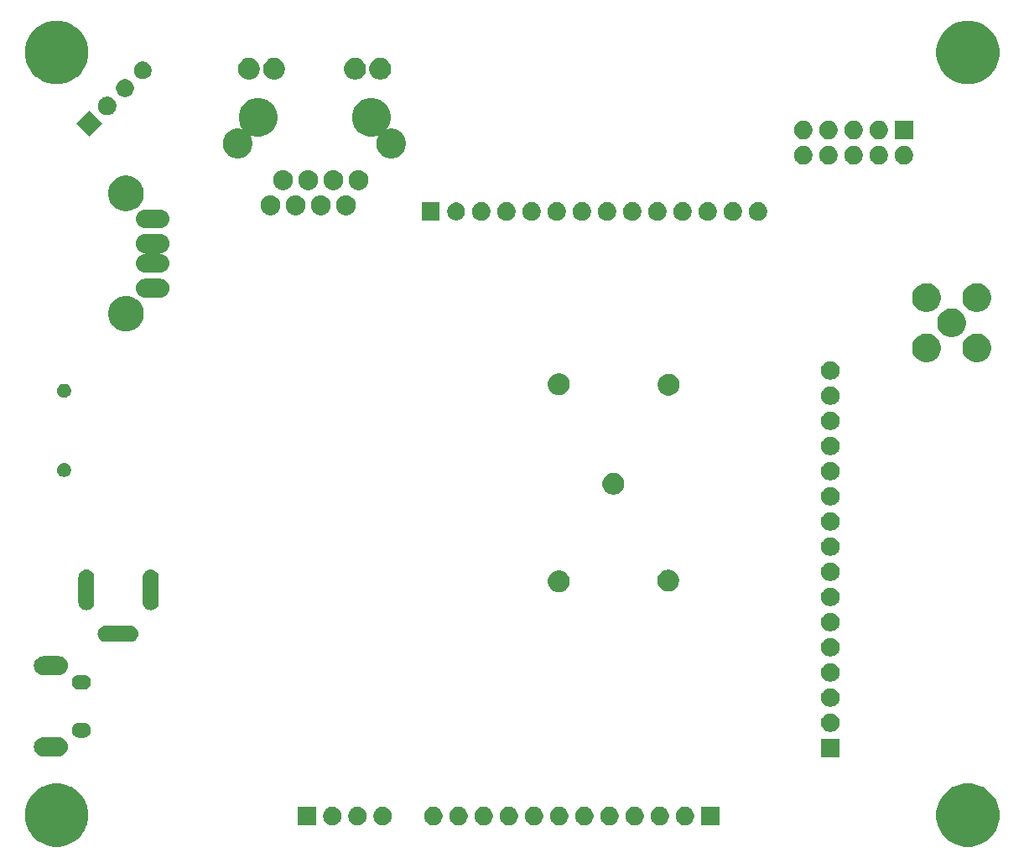
<source format=gbs>
G04 #@! TF.GenerationSoftware,KiCad,Pcbnew,(5.0.2)-1*
G04 #@! TF.CreationDate,2019-05-31T08:04:00+07:00*
G04 #@! TF.ProjectId,HY-AI7688H,48592d41-4937-4363-9838-482e6b696361,A*
G04 #@! TF.SameCoordinates,Original*
G04 #@! TF.FileFunction,Soldermask,Bot*
G04 #@! TF.FilePolarity,Negative*
%FSLAX46Y46*%
G04 Gerber Fmt 4.6, Leading zero omitted, Abs format (unit mm)*
G04 Created by KiCad (PCBNEW (5.0.2)-1) date 31/05/2019 8:04:00 SA*
%MOMM*%
%LPD*%
G01*
G04 APERTURE LIST*
%ADD10C,0.100000*%
G04 APERTURE END LIST*
D10*
G36*
X167933405Y-112922974D02*
X168345197Y-113093545D01*
X168515768Y-113164197D01*
X168864389Y-113397138D01*
X169039883Y-113514399D01*
X169485601Y-113960117D01*
X169485602Y-113960119D01*
X169835803Y-114484232D01*
X169835803Y-114484233D01*
X170077026Y-115066595D01*
X170200000Y-115684827D01*
X170200000Y-116315173D01*
X170077026Y-116933405D01*
X170042068Y-117017800D01*
X169835803Y-117515768D01*
X169602862Y-117864389D01*
X169485601Y-118039883D01*
X169039883Y-118485601D01*
X168864389Y-118602862D01*
X168515768Y-118835803D01*
X168345197Y-118906455D01*
X167933405Y-119077026D01*
X167315173Y-119200000D01*
X166684827Y-119200000D01*
X166066595Y-119077026D01*
X165654803Y-118906455D01*
X165484232Y-118835803D01*
X165135611Y-118602862D01*
X164960117Y-118485601D01*
X164514399Y-118039883D01*
X164397138Y-117864389D01*
X164164197Y-117515768D01*
X163957932Y-117017800D01*
X163922974Y-116933405D01*
X163800000Y-116315173D01*
X163800000Y-115684827D01*
X163922974Y-115066595D01*
X164164197Y-114484233D01*
X164164197Y-114484232D01*
X164514398Y-113960119D01*
X164514399Y-113960117D01*
X164960117Y-113514399D01*
X165135611Y-113397138D01*
X165484232Y-113164197D01*
X165654803Y-113093545D01*
X166066595Y-112922974D01*
X166684827Y-112800000D01*
X167315173Y-112800000D01*
X167933405Y-112922974D01*
X167933405Y-112922974D01*
G37*
G36*
X75933405Y-112922974D02*
X76345197Y-113093545D01*
X76515768Y-113164197D01*
X76864389Y-113397138D01*
X77039883Y-113514399D01*
X77485601Y-113960117D01*
X77485602Y-113960119D01*
X77835803Y-114484232D01*
X77835803Y-114484233D01*
X78077026Y-115066595D01*
X78200000Y-115684827D01*
X78200000Y-116315173D01*
X78077026Y-116933405D01*
X78042068Y-117017800D01*
X77835803Y-117515768D01*
X77602862Y-117864389D01*
X77485601Y-118039883D01*
X77039883Y-118485601D01*
X76864389Y-118602862D01*
X76515768Y-118835803D01*
X76345197Y-118906455D01*
X75933405Y-119077026D01*
X75315173Y-119200000D01*
X74684827Y-119200000D01*
X74066595Y-119077026D01*
X73654803Y-118906455D01*
X73484232Y-118835803D01*
X73135611Y-118602862D01*
X72960117Y-118485601D01*
X72514399Y-118039883D01*
X72397138Y-117864389D01*
X72164197Y-117515768D01*
X71957932Y-117017800D01*
X71922974Y-116933405D01*
X71800000Y-116315173D01*
X71800000Y-115684827D01*
X71922974Y-115066595D01*
X72164197Y-114484233D01*
X72164197Y-114484232D01*
X72514398Y-113960119D01*
X72514399Y-113960117D01*
X72960117Y-113514399D01*
X73135611Y-113397138D01*
X73484232Y-113164197D01*
X73654803Y-113093545D01*
X74066595Y-112922974D01*
X74684827Y-112800000D01*
X75315173Y-112800000D01*
X75933405Y-112922974D01*
X75933405Y-112922974D01*
G37*
G36*
X133624129Y-115174316D02*
X133795162Y-115245160D01*
X133856649Y-115286244D01*
X133949090Y-115348011D01*
X134079989Y-115478910D01*
X134141756Y-115571351D01*
X134182840Y-115632838D01*
X134253684Y-115803871D01*
X134289800Y-115985438D01*
X134289800Y-116170562D01*
X134253684Y-116352129D01*
X134182840Y-116523162D01*
X134141756Y-116584649D01*
X134079989Y-116677090D01*
X133949090Y-116807989D01*
X133856649Y-116869756D01*
X133795162Y-116910840D01*
X133624129Y-116981684D01*
X133442563Y-117017800D01*
X133257437Y-117017800D01*
X133075871Y-116981684D01*
X132904838Y-116910840D01*
X132843351Y-116869756D01*
X132750910Y-116807989D01*
X132620011Y-116677090D01*
X132558244Y-116584649D01*
X132517160Y-116523162D01*
X132446316Y-116352129D01*
X132410200Y-116170562D01*
X132410200Y-115985438D01*
X132446316Y-115803871D01*
X132517160Y-115632838D01*
X132558244Y-115571351D01*
X132620011Y-115478910D01*
X132750910Y-115348011D01*
X132843351Y-115286244D01*
X132904838Y-115245160D01*
X133075871Y-115174316D01*
X133257437Y-115138200D01*
X133442563Y-115138200D01*
X133624129Y-115174316D01*
X133624129Y-115174316D01*
G37*
G36*
X128544129Y-115174316D02*
X128715162Y-115245160D01*
X128776649Y-115286244D01*
X128869090Y-115348011D01*
X128999989Y-115478910D01*
X129061756Y-115571351D01*
X129102840Y-115632838D01*
X129173684Y-115803871D01*
X129209800Y-115985438D01*
X129209800Y-116170562D01*
X129173684Y-116352129D01*
X129102840Y-116523162D01*
X129061756Y-116584649D01*
X128999989Y-116677090D01*
X128869090Y-116807989D01*
X128776649Y-116869756D01*
X128715162Y-116910840D01*
X128544129Y-116981684D01*
X128362563Y-117017800D01*
X128177437Y-117017800D01*
X127995871Y-116981684D01*
X127824838Y-116910840D01*
X127763351Y-116869756D01*
X127670910Y-116807989D01*
X127540011Y-116677090D01*
X127478244Y-116584649D01*
X127437160Y-116523162D01*
X127366316Y-116352129D01*
X127330200Y-116170562D01*
X127330200Y-115985438D01*
X127366316Y-115803871D01*
X127437160Y-115632838D01*
X127478244Y-115571351D01*
X127540011Y-115478910D01*
X127670910Y-115348011D01*
X127763351Y-115286244D01*
X127824838Y-115245160D01*
X127995871Y-115174316D01*
X128177437Y-115138200D01*
X128362563Y-115138200D01*
X128544129Y-115174316D01*
X128544129Y-115174316D01*
G37*
G36*
X103104129Y-115174316D02*
X103275162Y-115245160D01*
X103336649Y-115286244D01*
X103429090Y-115348011D01*
X103559989Y-115478910D01*
X103621756Y-115571351D01*
X103662840Y-115632838D01*
X103733684Y-115803871D01*
X103769800Y-115985438D01*
X103769800Y-116170562D01*
X103733684Y-116352129D01*
X103662840Y-116523162D01*
X103621756Y-116584649D01*
X103559989Y-116677090D01*
X103429090Y-116807989D01*
X103336649Y-116869756D01*
X103275162Y-116910840D01*
X103104129Y-116981684D01*
X102922563Y-117017800D01*
X102737437Y-117017800D01*
X102555871Y-116981684D01*
X102384838Y-116910840D01*
X102323351Y-116869756D01*
X102230910Y-116807989D01*
X102100011Y-116677090D01*
X102038244Y-116584649D01*
X101997160Y-116523162D01*
X101926316Y-116352129D01*
X101890200Y-116170562D01*
X101890200Y-115985438D01*
X101926316Y-115803871D01*
X101997160Y-115632838D01*
X102038244Y-115571351D01*
X102100011Y-115478910D01*
X102230910Y-115348011D01*
X102323351Y-115286244D01*
X102384838Y-115245160D01*
X102555871Y-115174316D01*
X102737437Y-115138200D01*
X102922563Y-115138200D01*
X103104129Y-115174316D01*
X103104129Y-115174316D01*
G37*
G36*
X101229800Y-117017800D02*
X99350200Y-117017800D01*
X99350200Y-115138200D01*
X101229800Y-115138200D01*
X101229800Y-117017800D01*
X101229800Y-117017800D01*
G37*
G36*
X136164129Y-115174316D02*
X136335162Y-115245160D01*
X136396649Y-115286244D01*
X136489090Y-115348011D01*
X136619989Y-115478910D01*
X136681756Y-115571351D01*
X136722840Y-115632838D01*
X136793684Y-115803871D01*
X136829800Y-115985438D01*
X136829800Y-116170562D01*
X136793684Y-116352129D01*
X136722840Y-116523162D01*
X136681756Y-116584649D01*
X136619989Y-116677090D01*
X136489090Y-116807989D01*
X136396649Y-116869756D01*
X136335162Y-116910840D01*
X136164129Y-116981684D01*
X135982563Y-117017800D01*
X135797437Y-117017800D01*
X135615871Y-116981684D01*
X135444838Y-116910840D01*
X135383351Y-116869756D01*
X135290910Y-116807989D01*
X135160011Y-116677090D01*
X135098244Y-116584649D01*
X135057160Y-116523162D01*
X134986316Y-116352129D01*
X134950200Y-116170562D01*
X134950200Y-115985438D01*
X134986316Y-115803871D01*
X135057160Y-115632838D01*
X135098244Y-115571351D01*
X135160011Y-115478910D01*
X135290910Y-115348011D01*
X135383351Y-115286244D01*
X135444838Y-115245160D01*
X135615871Y-115174316D01*
X135797437Y-115138200D01*
X135982563Y-115138200D01*
X136164129Y-115174316D01*
X136164129Y-115174316D01*
G37*
G36*
X138704129Y-115174316D02*
X138875162Y-115245160D01*
X138936649Y-115286244D01*
X139029090Y-115348011D01*
X139159989Y-115478910D01*
X139221756Y-115571351D01*
X139262840Y-115632838D01*
X139333684Y-115803871D01*
X139369800Y-115985438D01*
X139369800Y-116170562D01*
X139333684Y-116352129D01*
X139262840Y-116523162D01*
X139221756Y-116584649D01*
X139159989Y-116677090D01*
X139029090Y-116807989D01*
X138936649Y-116869756D01*
X138875162Y-116910840D01*
X138704129Y-116981684D01*
X138522563Y-117017800D01*
X138337437Y-117017800D01*
X138155871Y-116981684D01*
X137984838Y-116910840D01*
X137923351Y-116869756D01*
X137830910Y-116807989D01*
X137700011Y-116677090D01*
X137638244Y-116584649D01*
X137597160Y-116523162D01*
X137526316Y-116352129D01*
X137490200Y-116170562D01*
X137490200Y-115985438D01*
X137526316Y-115803871D01*
X137597160Y-115632838D01*
X137638244Y-115571351D01*
X137700011Y-115478910D01*
X137830910Y-115348011D01*
X137923351Y-115286244D01*
X137984838Y-115245160D01*
X138155871Y-115174316D01*
X138337437Y-115138200D01*
X138522563Y-115138200D01*
X138704129Y-115174316D01*
X138704129Y-115174316D01*
G37*
G36*
X141909800Y-117017800D02*
X140030200Y-117017800D01*
X140030200Y-115138200D01*
X141909800Y-115138200D01*
X141909800Y-117017800D01*
X141909800Y-117017800D01*
G37*
G36*
X131084129Y-115174316D02*
X131255162Y-115245160D01*
X131316649Y-115286244D01*
X131409090Y-115348011D01*
X131539989Y-115478910D01*
X131601756Y-115571351D01*
X131642840Y-115632838D01*
X131713684Y-115803871D01*
X131749800Y-115985438D01*
X131749800Y-116170562D01*
X131713684Y-116352129D01*
X131642840Y-116523162D01*
X131601756Y-116584649D01*
X131539989Y-116677090D01*
X131409090Y-116807989D01*
X131316649Y-116869756D01*
X131255162Y-116910840D01*
X131084129Y-116981684D01*
X130902563Y-117017800D01*
X130717437Y-117017800D01*
X130535871Y-116981684D01*
X130364838Y-116910840D01*
X130303351Y-116869756D01*
X130210910Y-116807989D01*
X130080011Y-116677090D01*
X130018244Y-116584649D01*
X129977160Y-116523162D01*
X129906316Y-116352129D01*
X129870200Y-116170562D01*
X129870200Y-115985438D01*
X129906316Y-115803871D01*
X129977160Y-115632838D01*
X130018244Y-115571351D01*
X130080011Y-115478910D01*
X130210910Y-115348011D01*
X130303351Y-115286244D01*
X130364838Y-115245160D01*
X130535871Y-115174316D01*
X130717437Y-115138200D01*
X130902563Y-115138200D01*
X131084129Y-115174316D01*
X131084129Y-115174316D01*
G37*
G36*
X123464129Y-115174316D02*
X123635162Y-115245160D01*
X123696649Y-115286244D01*
X123789090Y-115348011D01*
X123919989Y-115478910D01*
X123981756Y-115571351D01*
X124022840Y-115632838D01*
X124093684Y-115803871D01*
X124129800Y-115985438D01*
X124129800Y-116170562D01*
X124093684Y-116352129D01*
X124022840Y-116523162D01*
X123981756Y-116584649D01*
X123919989Y-116677090D01*
X123789090Y-116807989D01*
X123696649Y-116869756D01*
X123635162Y-116910840D01*
X123464129Y-116981684D01*
X123282563Y-117017800D01*
X123097437Y-117017800D01*
X122915871Y-116981684D01*
X122744838Y-116910840D01*
X122683351Y-116869756D01*
X122590910Y-116807989D01*
X122460011Y-116677090D01*
X122398244Y-116584649D01*
X122357160Y-116523162D01*
X122286316Y-116352129D01*
X122250200Y-116170562D01*
X122250200Y-115985438D01*
X122286316Y-115803871D01*
X122357160Y-115632838D01*
X122398244Y-115571351D01*
X122460011Y-115478910D01*
X122590910Y-115348011D01*
X122683351Y-115286244D01*
X122744838Y-115245160D01*
X122915871Y-115174316D01*
X123097437Y-115138200D01*
X123282563Y-115138200D01*
X123464129Y-115174316D01*
X123464129Y-115174316D01*
G37*
G36*
X108184129Y-115174316D02*
X108355162Y-115245160D01*
X108416649Y-115286244D01*
X108509090Y-115348011D01*
X108639989Y-115478910D01*
X108701756Y-115571351D01*
X108742840Y-115632838D01*
X108813684Y-115803871D01*
X108849800Y-115985438D01*
X108849800Y-116170562D01*
X108813684Y-116352129D01*
X108742840Y-116523162D01*
X108701756Y-116584649D01*
X108639989Y-116677090D01*
X108509090Y-116807989D01*
X108416649Y-116869756D01*
X108355162Y-116910840D01*
X108184129Y-116981684D01*
X108002563Y-117017800D01*
X107817437Y-117017800D01*
X107635871Y-116981684D01*
X107464838Y-116910840D01*
X107403351Y-116869756D01*
X107310910Y-116807989D01*
X107180011Y-116677090D01*
X107118244Y-116584649D01*
X107077160Y-116523162D01*
X107006316Y-116352129D01*
X106970200Y-116170562D01*
X106970200Y-115985438D01*
X107006316Y-115803871D01*
X107077160Y-115632838D01*
X107118244Y-115571351D01*
X107180011Y-115478910D01*
X107310910Y-115348011D01*
X107403351Y-115286244D01*
X107464838Y-115245160D01*
X107635871Y-115174316D01*
X107817437Y-115138200D01*
X108002563Y-115138200D01*
X108184129Y-115174316D01*
X108184129Y-115174316D01*
G37*
G36*
X115844129Y-115174316D02*
X116015162Y-115245160D01*
X116076649Y-115286244D01*
X116169090Y-115348011D01*
X116299989Y-115478910D01*
X116361756Y-115571351D01*
X116402840Y-115632838D01*
X116473684Y-115803871D01*
X116509800Y-115985438D01*
X116509800Y-116170562D01*
X116473684Y-116352129D01*
X116402840Y-116523162D01*
X116361756Y-116584649D01*
X116299989Y-116677090D01*
X116169090Y-116807989D01*
X116076649Y-116869756D01*
X116015162Y-116910840D01*
X115844129Y-116981684D01*
X115662563Y-117017800D01*
X115477437Y-117017800D01*
X115295871Y-116981684D01*
X115124838Y-116910840D01*
X115063351Y-116869756D01*
X114970910Y-116807989D01*
X114840011Y-116677090D01*
X114778244Y-116584649D01*
X114737160Y-116523162D01*
X114666316Y-116352129D01*
X114630200Y-116170562D01*
X114630200Y-115985438D01*
X114666316Y-115803871D01*
X114737160Y-115632838D01*
X114778244Y-115571351D01*
X114840011Y-115478910D01*
X114970910Y-115348011D01*
X115063351Y-115286244D01*
X115124838Y-115245160D01*
X115295871Y-115174316D01*
X115477437Y-115138200D01*
X115662563Y-115138200D01*
X115844129Y-115174316D01*
X115844129Y-115174316D01*
G37*
G36*
X113304129Y-115174316D02*
X113475162Y-115245160D01*
X113536649Y-115286244D01*
X113629090Y-115348011D01*
X113759989Y-115478910D01*
X113821756Y-115571351D01*
X113862840Y-115632838D01*
X113933684Y-115803871D01*
X113969800Y-115985438D01*
X113969800Y-116170562D01*
X113933684Y-116352129D01*
X113862840Y-116523162D01*
X113821756Y-116584649D01*
X113759989Y-116677090D01*
X113629090Y-116807989D01*
X113536649Y-116869756D01*
X113475162Y-116910840D01*
X113304129Y-116981684D01*
X113122563Y-117017800D01*
X112937437Y-117017800D01*
X112755871Y-116981684D01*
X112584838Y-116910840D01*
X112523351Y-116869756D01*
X112430910Y-116807989D01*
X112300011Y-116677090D01*
X112238244Y-116584649D01*
X112197160Y-116523162D01*
X112126316Y-116352129D01*
X112090200Y-116170562D01*
X112090200Y-115985438D01*
X112126316Y-115803871D01*
X112197160Y-115632838D01*
X112238244Y-115571351D01*
X112300011Y-115478910D01*
X112430910Y-115348011D01*
X112523351Y-115286244D01*
X112584838Y-115245160D01*
X112755871Y-115174316D01*
X112937437Y-115138200D01*
X113122563Y-115138200D01*
X113304129Y-115174316D01*
X113304129Y-115174316D01*
G37*
G36*
X118384129Y-115174316D02*
X118555162Y-115245160D01*
X118616649Y-115286244D01*
X118709090Y-115348011D01*
X118839989Y-115478910D01*
X118901756Y-115571351D01*
X118942840Y-115632838D01*
X119013684Y-115803871D01*
X119049800Y-115985438D01*
X119049800Y-116170562D01*
X119013684Y-116352129D01*
X118942840Y-116523162D01*
X118901756Y-116584649D01*
X118839989Y-116677090D01*
X118709090Y-116807989D01*
X118616649Y-116869756D01*
X118555162Y-116910840D01*
X118384129Y-116981684D01*
X118202563Y-117017800D01*
X118017437Y-117017800D01*
X117835871Y-116981684D01*
X117664838Y-116910840D01*
X117603351Y-116869756D01*
X117510910Y-116807989D01*
X117380011Y-116677090D01*
X117318244Y-116584649D01*
X117277160Y-116523162D01*
X117206316Y-116352129D01*
X117170200Y-116170562D01*
X117170200Y-115985438D01*
X117206316Y-115803871D01*
X117277160Y-115632838D01*
X117318244Y-115571351D01*
X117380011Y-115478910D01*
X117510910Y-115348011D01*
X117603351Y-115286244D01*
X117664838Y-115245160D01*
X117835871Y-115174316D01*
X118017437Y-115138200D01*
X118202563Y-115138200D01*
X118384129Y-115174316D01*
X118384129Y-115174316D01*
G37*
G36*
X120924129Y-115174316D02*
X121095162Y-115245160D01*
X121156649Y-115286244D01*
X121249090Y-115348011D01*
X121379989Y-115478910D01*
X121441756Y-115571351D01*
X121482840Y-115632838D01*
X121553684Y-115803871D01*
X121589800Y-115985438D01*
X121589800Y-116170562D01*
X121553684Y-116352129D01*
X121482840Y-116523162D01*
X121441756Y-116584649D01*
X121379989Y-116677090D01*
X121249090Y-116807989D01*
X121156649Y-116869756D01*
X121095162Y-116910840D01*
X120924129Y-116981684D01*
X120742563Y-117017800D01*
X120557437Y-117017800D01*
X120375871Y-116981684D01*
X120204838Y-116910840D01*
X120143351Y-116869756D01*
X120050910Y-116807989D01*
X119920011Y-116677090D01*
X119858244Y-116584649D01*
X119817160Y-116523162D01*
X119746316Y-116352129D01*
X119710200Y-116170562D01*
X119710200Y-115985438D01*
X119746316Y-115803871D01*
X119817160Y-115632838D01*
X119858244Y-115571351D01*
X119920011Y-115478910D01*
X120050910Y-115348011D01*
X120143351Y-115286244D01*
X120204838Y-115245160D01*
X120375871Y-115174316D01*
X120557437Y-115138200D01*
X120742563Y-115138200D01*
X120924129Y-115174316D01*
X120924129Y-115174316D01*
G37*
G36*
X126004129Y-115174316D02*
X126175162Y-115245160D01*
X126236649Y-115286244D01*
X126329090Y-115348011D01*
X126459989Y-115478910D01*
X126521756Y-115571351D01*
X126562840Y-115632838D01*
X126633684Y-115803871D01*
X126669800Y-115985438D01*
X126669800Y-116170562D01*
X126633684Y-116352129D01*
X126562840Y-116523162D01*
X126521756Y-116584649D01*
X126459989Y-116677090D01*
X126329090Y-116807989D01*
X126236649Y-116869756D01*
X126175162Y-116910840D01*
X126004129Y-116981684D01*
X125822563Y-117017800D01*
X125637437Y-117017800D01*
X125455871Y-116981684D01*
X125284838Y-116910840D01*
X125223351Y-116869756D01*
X125130910Y-116807989D01*
X125000011Y-116677090D01*
X124938244Y-116584649D01*
X124897160Y-116523162D01*
X124826316Y-116352129D01*
X124790200Y-116170562D01*
X124790200Y-115985438D01*
X124826316Y-115803871D01*
X124897160Y-115632838D01*
X124938244Y-115571351D01*
X125000011Y-115478910D01*
X125130910Y-115348011D01*
X125223351Y-115286244D01*
X125284838Y-115245160D01*
X125455871Y-115174316D01*
X125637437Y-115138200D01*
X125822563Y-115138200D01*
X126004129Y-115174316D01*
X126004129Y-115174316D01*
G37*
G36*
X105644129Y-115174316D02*
X105815162Y-115245160D01*
X105876649Y-115286244D01*
X105969090Y-115348011D01*
X106099989Y-115478910D01*
X106161756Y-115571351D01*
X106202840Y-115632838D01*
X106273684Y-115803871D01*
X106309800Y-115985438D01*
X106309800Y-116170562D01*
X106273684Y-116352129D01*
X106202840Y-116523162D01*
X106161756Y-116584649D01*
X106099989Y-116677090D01*
X105969090Y-116807989D01*
X105876649Y-116869756D01*
X105815162Y-116910840D01*
X105644129Y-116981684D01*
X105462563Y-117017800D01*
X105277437Y-117017800D01*
X105095871Y-116981684D01*
X104924838Y-116910840D01*
X104863351Y-116869756D01*
X104770910Y-116807989D01*
X104640011Y-116677090D01*
X104578244Y-116584649D01*
X104537160Y-116523162D01*
X104466316Y-116352129D01*
X104430200Y-116170562D01*
X104430200Y-115985438D01*
X104466316Y-115803871D01*
X104537160Y-115632838D01*
X104578244Y-115571351D01*
X104640011Y-115478910D01*
X104770910Y-115348011D01*
X104863351Y-115286244D01*
X104924838Y-115245160D01*
X105095871Y-115174316D01*
X105277437Y-115138200D01*
X105462563Y-115138200D01*
X105644129Y-115174316D01*
X105644129Y-115174316D01*
G37*
G36*
X154060800Y-110144800D02*
X152181200Y-110144800D01*
X152181200Y-108265200D01*
X154060800Y-108265200D01*
X154060800Y-110144800D01*
X154060800Y-110144800D01*
G37*
G36*
X75356232Y-108163746D02*
X75535308Y-108218068D01*
X75700345Y-108306282D01*
X75845001Y-108424999D01*
X75963718Y-108569655D01*
X76051932Y-108734692D01*
X76106254Y-108913768D01*
X76124596Y-109100000D01*
X76106254Y-109286232D01*
X76051932Y-109465308D01*
X75963718Y-109630345D01*
X75845001Y-109775001D01*
X75700345Y-109893718D01*
X75700343Y-109893719D01*
X75535308Y-109981932D01*
X75356232Y-110036254D01*
X75216666Y-110050000D01*
X73623334Y-110050000D01*
X73483768Y-110036254D01*
X73304692Y-109981932D01*
X73139657Y-109893719D01*
X73139655Y-109893718D01*
X72994999Y-109775001D01*
X72876282Y-109630345D01*
X72788068Y-109465308D01*
X72733746Y-109286232D01*
X72715404Y-109100000D01*
X72733746Y-108913768D01*
X72788068Y-108734692D01*
X72876282Y-108569655D01*
X72994999Y-108424999D01*
X73139655Y-108306282D01*
X73304692Y-108218068D01*
X73483768Y-108163746D01*
X73623334Y-108150000D01*
X75216666Y-108150000D01*
X75356232Y-108163746D01*
X75356232Y-108163746D01*
G37*
G36*
X77847025Y-106685852D02*
X77988401Y-106728738D01*
X78110280Y-106793884D01*
X78118693Y-106798381D01*
X78232895Y-106892105D01*
X78326619Y-107006307D01*
X78326620Y-107006309D01*
X78396262Y-107136599D01*
X78439148Y-107277975D01*
X78453628Y-107425000D01*
X78439148Y-107572025D01*
X78396262Y-107713401D01*
X78331116Y-107835280D01*
X78326619Y-107843693D01*
X78232895Y-107957895D01*
X78118693Y-108051619D01*
X78118691Y-108051620D01*
X77988401Y-108121262D01*
X77847025Y-108164148D01*
X77736839Y-108175000D01*
X77263161Y-108175000D01*
X77152975Y-108164148D01*
X77011599Y-108121262D01*
X76881309Y-108051620D01*
X76881307Y-108051619D01*
X76767105Y-107957895D01*
X76673381Y-107843693D01*
X76668884Y-107835280D01*
X76603738Y-107713401D01*
X76560852Y-107572025D01*
X76546372Y-107425000D01*
X76560852Y-107277975D01*
X76603738Y-107136599D01*
X76673380Y-107006309D01*
X76673381Y-107006307D01*
X76767105Y-106892105D01*
X76881307Y-106798381D01*
X76889720Y-106793884D01*
X77011599Y-106728738D01*
X77152975Y-106685852D01*
X77263161Y-106675000D01*
X77736839Y-106675000D01*
X77847025Y-106685852D01*
X77847025Y-106685852D01*
G37*
G36*
X153395129Y-105761316D02*
X153566162Y-105832160D01*
X153627649Y-105873244D01*
X153720090Y-105935011D01*
X153850989Y-106065910D01*
X153912756Y-106158351D01*
X153953840Y-106219838D01*
X154024684Y-106390871D01*
X154060800Y-106572438D01*
X154060800Y-106757562D01*
X154024684Y-106939129D01*
X153953840Y-107110162D01*
X153936175Y-107136599D01*
X153850989Y-107264090D01*
X153720090Y-107394989D01*
X153627649Y-107456756D01*
X153566162Y-107497840D01*
X153395129Y-107568684D01*
X153213563Y-107604800D01*
X153028437Y-107604800D01*
X152846871Y-107568684D01*
X152675838Y-107497840D01*
X152614351Y-107456756D01*
X152521910Y-107394989D01*
X152391011Y-107264090D01*
X152305825Y-107136599D01*
X152288160Y-107110162D01*
X152217316Y-106939129D01*
X152181200Y-106757562D01*
X152181200Y-106572438D01*
X152217316Y-106390871D01*
X152288160Y-106219838D01*
X152329244Y-106158351D01*
X152391011Y-106065910D01*
X152521910Y-105935011D01*
X152614351Y-105873244D01*
X152675838Y-105832160D01*
X152846871Y-105761316D01*
X153028437Y-105725200D01*
X153213563Y-105725200D01*
X153395129Y-105761316D01*
X153395129Y-105761316D01*
G37*
G36*
X153296106Y-103201619D02*
X153395129Y-103221316D01*
X153566162Y-103292160D01*
X153599069Y-103314148D01*
X153720090Y-103395011D01*
X153850989Y-103525910D01*
X153912756Y-103618351D01*
X153953840Y-103679838D01*
X154024684Y-103850871D01*
X154060800Y-104032438D01*
X154060800Y-104217562D01*
X154024684Y-104399129D01*
X153953840Y-104570162D01*
X153912756Y-104631649D01*
X153850989Y-104724090D01*
X153720090Y-104854989D01*
X153627649Y-104916756D01*
X153566162Y-104957840D01*
X153395129Y-105028684D01*
X153213563Y-105064800D01*
X153028437Y-105064800D01*
X152846871Y-105028684D01*
X152675838Y-104957840D01*
X152614351Y-104916756D01*
X152521910Y-104854989D01*
X152391011Y-104724090D01*
X152329244Y-104631649D01*
X152288160Y-104570162D01*
X152217316Y-104399129D01*
X152181200Y-104217562D01*
X152181200Y-104032438D01*
X152217316Y-103850871D01*
X152288160Y-103679838D01*
X152329244Y-103618351D01*
X152391011Y-103525910D01*
X152521910Y-103395011D01*
X152642931Y-103314148D01*
X152675838Y-103292160D01*
X152846871Y-103221316D01*
X152945894Y-103201619D01*
X153028437Y-103185200D01*
X153213563Y-103185200D01*
X153296106Y-103201619D01*
X153296106Y-103201619D01*
G37*
G36*
X77847025Y-101835852D02*
X77988401Y-101878738D01*
X78110280Y-101943884D01*
X78118693Y-101948381D01*
X78232895Y-102042105D01*
X78326619Y-102156307D01*
X78326620Y-102156309D01*
X78396262Y-102286599D01*
X78439148Y-102427975D01*
X78453628Y-102575000D01*
X78439148Y-102722025D01*
X78396262Y-102863401D01*
X78331116Y-102985280D01*
X78326619Y-102993693D01*
X78232895Y-103107895D01*
X78118693Y-103201619D01*
X78118691Y-103201620D01*
X77988401Y-103271262D01*
X77847025Y-103314148D01*
X77736839Y-103325000D01*
X77263161Y-103325000D01*
X77152975Y-103314148D01*
X77011599Y-103271262D01*
X76881309Y-103201620D01*
X76881307Y-103201619D01*
X76767105Y-103107895D01*
X76673381Y-102993693D01*
X76668884Y-102985280D01*
X76603738Y-102863401D01*
X76560852Y-102722025D01*
X76546372Y-102575000D01*
X76560852Y-102427975D01*
X76603738Y-102286599D01*
X76673380Y-102156309D01*
X76673381Y-102156307D01*
X76767105Y-102042105D01*
X76881307Y-101948381D01*
X76889720Y-101943884D01*
X77011599Y-101878738D01*
X77152975Y-101835852D01*
X77263161Y-101825000D01*
X77736839Y-101825000D01*
X77847025Y-101835852D01*
X77847025Y-101835852D01*
G37*
G36*
X153395129Y-100681316D02*
X153566162Y-100752160D01*
X153627649Y-100793244D01*
X153720090Y-100855011D01*
X153850989Y-100985910D01*
X153912756Y-101078351D01*
X153953840Y-101139838D01*
X153953840Y-101139839D01*
X154024684Y-101310871D01*
X154060800Y-101492437D01*
X154060800Y-101677563D01*
X154031473Y-101825000D01*
X154024684Y-101859129D01*
X153953840Y-102030162D01*
X153912756Y-102091649D01*
X153850989Y-102184090D01*
X153720090Y-102314989D01*
X153627649Y-102376756D01*
X153566162Y-102417840D01*
X153395129Y-102488684D01*
X153213563Y-102524800D01*
X153028437Y-102524800D01*
X152846871Y-102488684D01*
X152675838Y-102417840D01*
X152614351Y-102376756D01*
X152521910Y-102314989D01*
X152391011Y-102184090D01*
X152329244Y-102091649D01*
X152288160Y-102030162D01*
X152217316Y-101859129D01*
X152210527Y-101825000D01*
X152181200Y-101677563D01*
X152181200Y-101492437D01*
X152217316Y-101310871D01*
X152288160Y-101139839D01*
X152288160Y-101139838D01*
X152329244Y-101078351D01*
X152391011Y-100985910D01*
X152521910Y-100855011D01*
X152614351Y-100793244D01*
X152675838Y-100752160D01*
X152846871Y-100681316D01*
X153028437Y-100645200D01*
X153213563Y-100645200D01*
X153395129Y-100681316D01*
X153395129Y-100681316D01*
G37*
G36*
X75356232Y-99963746D02*
X75535308Y-100018068D01*
X75700345Y-100106282D01*
X75845001Y-100224999D01*
X75963718Y-100369655D01*
X76051932Y-100534692D01*
X76106254Y-100713768D01*
X76124596Y-100900000D01*
X76106254Y-101086232D01*
X76051932Y-101265308D01*
X75963718Y-101430345D01*
X75845001Y-101575001D01*
X75700345Y-101693718D01*
X75700343Y-101693719D01*
X75535308Y-101781932D01*
X75356232Y-101836254D01*
X75216666Y-101850000D01*
X73623334Y-101850000D01*
X73483768Y-101836254D01*
X73304692Y-101781932D01*
X73139657Y-101693719D01*
X73139655Y-101693718D01*
X72994999Y-101575001D01*
X72876282Y-101430345D01*
X72788068Y-101265308D01*
X72733746Y-101086232D01*
X72715404Y-100900000D01*
X72733746Y-100713768D01*
X72788068Y-100534692D01*
X72876282Y-100369655D01*
X72994999Y-100224999D01*
X73139655Y-100106282D01*
X73304692Y-100018068D01*
X73483768Y-99963746D01*
X73623334Y-99950000D01*
X75216666Y-99950000D01*
X75356232Y-99963746D01*
X75356232Y-99963746D01*
G37*
G36*
X153395129Y-98141316D02*
X153566162Y-98212160D01*
X153627649Y-98253244D01*
X153720090Y-98315011D01*
X153850989Y-98445910D01*
X153912756Y-98538351D01*
X153953840Y-98599838D01*
X154024684Y-98770871D01*
X154060800Y-98952438D01*
X154060800Y-99137562D01*
X154024684Y-99319129D01*
X153953840Y-99490162D01*
X153912756Y-99551649D01*
X153850989Y-99644090D01*
X153720090Y-99774989D01*
X153627649Y-99836756D01*
X153566162Y-99877840D01*
X153395129Y-99948684D01*
X153213563Y-99984800D01*
X153028437Y-99984800D01*
X152846871Y-99948684D01*
X152675838Y-99877840D01*
X152614351Y-99836756D01*
X152521910Y-99774989D01*
X152391011Y-99644090D01*
X152329244Y-99551649D01*
X152288160Y-99490162D01*
X152217316Y-99319129D01*
X152181200Y-99137562D01*
X152181200Y-98952438D01*
X152217316Y-98770871D01*
X152288160Y-98599838D01*
X152329244Y-98538351D01*
X152391011Y-98445910D01*
X152521910Y-98315011D01*
X152614351Y-98253244D01*
X152675838Y-98212160D01*
X152846871Y-98141316D01*
X153028437Y-98105200D01*
X153213563Y-98105200D01*
X153395129Y-98141316D01*
X153395129Y-98141316D01*
G37*
G36*
X82602964Y-96905860D02*
X82754858Y-96951936D01*
X82894845Y-97026761D01*
X83017543Y-97127457D01*
X83118239Y-97250155D01*
X83193064Y-97390142D01*
X83239140Y-97542036D01*
X83254698Y-97700000D01*
X83239140Y-97857964D01*
X83193064Y-98009858D01*
X83118239Y-98149845D01*
X83017543Y-98272543D01*
X82894845Y-98373239D01*
X82754858Y-98448064D01*
X82602964Y-98494140D01*
X82484579Y-98505800D01*
X79915421Y-98505800D01*
X79797036Y-98494140D01*
X79645142Y-98448064D01*
X79505155Y-98373239D01*
X79382457Y-98272543D01*
X79281761Y-98149845D01*
X79206936Y-98009858D01*
X79160860Y-97857964D01*
X79145302Y-97700000D01*
X79160860Y-97542036D01*
X79206936Y-97390142D01*
X79281761Y-97250155D01*
X79382457Y-97127457D01*
X79505155Y-97026761D01*
X79645142Y-96951936D01*
X79797036Y-96905860D01*
X79915421Y-96894200D01*
X82484579Y-96894200D01*
X82602964Y-96905860D01*
X82602964Y-96905860D01*
G37*
G36*
X153395129Y-95601316D02*
X153566162Y-95672160D01*
X153627649Y-95713244D01*
X153720090Y-95775011D01*
X153850989Y-95905910D01*
X153912756Y-95998351D01*
X153953840Y-96059838D01*
X154024684Y-96230871D01*
X154060800Y-96412438D01*
X154060800Y-96597562D01*
X154024684Y-96779129D01*
X153953840Y-96950162D01*
X153912756Y-97011649D01*
X153850989Y-97104090D01*
X153720090Y-97234989D01*
X153627649Y-97296756D01*
X153566162Y-97337840D01*
X153439893Y-97390142D01*
X153395129Y-97408684D01*
X153213563Y-97444800D01*
X153028437Y-97444800D01*
X152846871Y-97408684D01*
X152802107Y-97390142D01*
X152675838Y-97337840D01*
X152614351Y-97296756D01*
X152521910Y-97234989D01*
X152391011Y-97104090D01*
X152329244Y-97011649D01*
X152288160Y-96950162D01*
X152217316Y-96779129D01*
X152181200Y-96597562D01*
X152181200Y-96412438D01*
X152217316Y-96230871D01*
X152288160Y-96059838D01*
X152329244Y-95998351D01*
X152391011Y-95905910D01*
X152521910Y-95775011D01*
X152614351Y-95713244D01*
X152675838Y-95672160D01*
X152846871Y-95601316D01*
X153028437Y-95565200D01*
X153213563Y-95565200D01*
X153395129Y-95601316D01*
X153395129Y-95601316D01*
G37*
G36*
X78157963Y-91210860D02*
X78309857Y-91256936D01*
X78449841Y-91331759D01*
X78449843Y-91331761D01*
X78572543Y-91432457D01*
X78583309Y-91445576D01*
X78673239Y-91555155D01*
X78748064Y-91695142D01*
X78794140Y-91847036D01*
X78805800Y-91965421D01*
X78805800Y-94534579D01*
X78794140Y-94652964D01*
X78748064Y-94804858D01*
X78673239Y-94944845D01*
X78572543Y-95067543D01*
X78449845Y-95168239D01*
X78309858Y-95243064D01*
X78157964Y-95289140D01*
X78000000Y-95304698D01*
X77842037Y-95289140D01*
X77690143Y-95243064D01*
X77550156Y-95168239D01*
X77427458Y-95067543D01*
X77326762Y-94944845D01*
X77251937Y-94804858D01*
X77205861Y-94652964D01*
X77194201Y-94534579D01*
X77194200Y-91965422D01*
X77205860Y-91847037D01*
X77251936Y-91695143D01*
X77326759Y-91555159D01*
X77357614Y-91517562D01*
X77427457Y-91432457D01*
X77471654Y-91396185D01*
X77550155Y-91331761D01*
X77690142Y-91256936D01*
X77842036Y-91210860D01*
X78000000Y-91195302D01*
X78157963Y-91210860D01*
X78157963Y-91210860D01*
G37*
G36*
X84657963Y-91210860D02*
X84809857Y-91256936D01*
X84949841Y-91331759D01*
X84949843Y-91331761D01*
X85072543Y-91432457D01*
X85083309Y-91445576D01*
X85173239Y-91555155D01*
X85248064Y-91695142D01*
X85294140Y-91847036D01*
X85305800Y-91965421D01*
X85305800Y-94534579D01*
X85294140Y-94652964D01*
X85248064Y-94804858D01*
X85173239Y-94944845D01*
X85072543Y-95067543D01*
X84949845Y-95168239D01*
X84809858Y-95243064D01*
X84657964Y-95289140D01*
X84500000Y-95304698D01*
X84342037Y-95289140D01*
X84190143Y-95243064D01*
X84050156Y-95168239D01*
X83927458Y-95067543D01*
X83826762Y-94944845D01*
X83751937Y-94804858D01*
X83705861Y-94652964D01*
X83694201Y-94534579D01*
X83694200Y-91965422D01*
X83705860Y-91847037D01*
X83751936Y-91695143D01*
X83826759Y-91555159D01*
X83857614Y-91517562D01*
X83927457Y-91432457D01*
X83971654Y-91396185D01*
X84050155Y-91331761D01*
X84190142Y-91256936D01*
X84342036Y-91210860D01*
X84500000Y-91195302D01*
X84657963Y-91210860D01*
X84657963Y-91210860D01*
G37*
G36*
X153395129Y-93061316D02*
X153566162Y-93132160D01*
X153627649Y-93173244D01*
X153720090Y-93235011D01*
X153850989Y-93365910D01*
X153912339Y-93457727D01*
X153953840Y-93519838D01*
X154024684Y-93690871D01*
X154060800Y-93872438D01*
X154060800Y-94057562D01*
X154024684Y-94239129D01*
X153953840Y-94410162D01*
X153912756Y-94471649D01*
X153850989Y-94564090D01*
X153720090Y-94694989D01*
X153627649Y-94756756D01*
X153566162Y-94797840D01*
X153395129Y-94868684D01*
X153213563Y-94904800D01*
X153028437Y-94904800D01*
X152846871Y-94868684D01*
X152675838Y-94797840D01*
X152614351Y-94756756D01*
X152521910Y-94694989D01*
X152391011Y-94564090D01*
X152329244Y-94471649D01*
X152288160Y-94410162D01*
X152217316Y-94239129D01*
X152181200Y-94057562D01*
X152181200Y-93872438D01*
X152217316Y-93690871D01*
X152288160Y-93519838D01*
X152329661Y-93457727D01*
X152391011Y-93365910D01*
X152521910Y-93235011D01*
X152614351Y-93173244D01*
X152675838Y-93132160D01*
X152846871Y-93061316D01*
X153028437Y-93025200D01*
X153213563Y-93025200D01*
X153395129Y-93061316D01*
X153395129Y-93061316D01*
G37*
G36*
X126020858Y-91342272D02*
X126162411Y-91400906D01*
X126221045Y-91425193D01*
X126251550Y-91445576D01*
X126401211Y-91545576D01*
X126554424Y-91698789D01*
X126554425Y-91698791D01*
X126674807Y-91878955D01*
X126674807Y-91878956D01*
X126757728Y-92079142D01*
X126800000Y-92291659D01*
X126800000Y-92508341D01*
X126757728Y-92720858D01*
X126699094Y-92862411D01*
X126674807Y-92921045D01*
X126605213Y-93025200D01*
X126554424Y-93101211D01*
X126401211Y-93254424D01*
X126370705Y-93274807D01*
X126221045Y-93374807D01*
X126162411Y-93399094D01*
X126020858Y-93457728D01*
X125808341Y-93500000D01*
X125591659Y-93500000D01*
X125379142Y-93457728D01*
X125237589Y-93399094D01*
X125178955Y-93374807D01*
X125029295Y-93274807D01*
X124998789Y-93254424D01*
X124845576Y-93101211D01*
X124794787Y-93025200D01*
X124725193Y-92921045D01*
X124700906Y-92862411D01*
X124642272Y-92720858D01*
X124600000Y-92508341D01*
X124600000Y-92291659D01*
X124642272Y-92079142D01*
X124725193Y-91878956D01*
X124725193Y-91878955D01*
X124845575Y-91698791D01*
X124845576Y-91698789D01*
X124998789Y-91545576D01*
X125148450Y-91445576D01*
X125178955Y-91425193D01*
X125237589Y-91400906D01*
X125379142Y-91342272D01*
X125591659Y-91300000D01*
X125808341Y-91300000D01*
X126020858Y-91342272D01*
X126020858Y-91342272D01*
G37*
G36*
X137070858Y-91242272D02*
X137210224Y-91300000D01*
X137271045Y-91325193D01*
X137390884Y-91405267D01*
X137451211Y-91445576D01*
X137604424Y-91598789D01*
X137604425Y-91598791D01*
X137724807Y-91778955D01*
X137724807Y-91778956D01*
X137807728Y-91979142D01*
X137850000Y-92191659D01*
X137850000Y-92408341D01*
X137807728Y-92620858D01*
X137766306Y-92720858D01*
X137724807Y-92821045D01*
X137657990Y-92921044D01*
X137604424Y-93001211D01*
X137451211Y-93154424D01*
X137390884Y-93194733D01*
X137271045Y-93274807D01*
X137212411Y-93299094D01*
X137070858Y-93357728D01*
X136858341Y-93400000D01*
X136641659Y-93400000D01*
X136429142Y-93357728D01*
X136287589Y-93299094D01*
X136228955Y-93274807D01*
X136109116Y-93194733D01*
X136048789Y-93154424D01*
X135895576Y-93001211D01*
X135842010Y-92921044D01*
X135775193Y-92821045D01*
X135733694Y-92720858D01*
X135692272Y-92620858D01*
X135650000Y-92408341D01*
X135650000Y-92191659D01*
X135692272Y-91979142D01*
X135775193Y-91778956D01*
X135775193Y-91778955D01*
X135895575Y-91598791D01*
X135895576Y-91598789D01*
X136048789Y-91445576D01*
X136109116Y-91405267D01*
X136228955Y-91325193D01*
X136289776Y-91300000D01*
X136429142Y-91242272D01*
X136641659Y-91200000D01*
X136858341Y-91200000D01*
X137070858Y-91242272D01*
X137070858Y-91242272D01*
G37*
G36*
X153395129Y-90521316D02*
X153566162Y-90592160D01*
X153627649Y-90633244D01*
X153720090Y-90695011D01*
X153850989Y-90825910D01*
X153912756Y-90918351D01*
X153953840Y-90979838D01*
X153953840Y-90979839D01*
X154024684Y-91150871D01*
X154060800Y-91332437D01*
X154060800Y-91517563D01*
X154044643Y-91598789D01*
X154024684Y-91699129D01*
X153953840Y-91870162D01*
X153912756Y-91931649D01*
X153850989Y-92024090D01*
X153720090Y-92154989D01*
X153627649Y-92216756D01*
X153566162Y-92257840D01*
X153484515Y-92291659D01*
X153395129Y-92328684D01*
X153213563Y-92364800D01*
X153028437Y-92364800D01*
X152846871Y-92328684D01*
X152757485Y-92291659D01*
X152675838Y-92257840D01*
X152614351Y-92216756D01*
X152521910Y-92154989D01*
X152391011Y-92024090D01*
X152329244Y-91931649D01*
X152288160Y-91870162D01*
X152217316Y-91699129D01*
X152197357Y-91598789D01*
X152181200Y-91517563D01*
X152181200Y-91332437D01*
X152217316Y-91150871D01*
X152288160Y-90979839D01*
X152288160Y-90979838D01*
X152329244Y-90918351D01*
X152391011Y-90825910D01*
X152521910Y-90695011D01*
X152614351Y-90633244D01*
X152675838Y-90592160D01*
X152846871Y-90521316D01*
X153028437Y-90485200D01*
X153213563Y-90485200D01*
X153395129Y-90521316D01*
X153395129Y-90521316D01*
G37*
G36*
X153395129Y-87981316D02*
X153566162Y-88052160D01*
X153627649Y-88093244D01*
X153720090Y-88155011D01*
X153850989Y-88285910D01*
X153912756Y-88378351D01*
X153953840Y-88439838D01*
X154024684Y-88610871D01*
X154060800Y-88792438D01*
X154060800Y-88977562D01*
X154024684Y-89159129D01*
X153953840Y-89330162D01*
X153912756Y-89391649D01*
X153850989Y-89484090D01*
X153720090Y-89614989D01*
X153627649Y-89676756D01*
X153566162Y-89717840D01*
X153395129Y-89788684D01*
X153213563Y-89824800D01*
X153028437Y-89824800D01*
X152846871Y-89788684D01*
X152675838Y-89717840D01*
X152614351Y-89676756D01*
X152521910Y-89614989D01*
X152391011Y-89484090D01*
X152329244Y-89391649D01*
X152288160Y-89330162D01*
X152217316Y-89159129D01*
X152181200Y-88977562D01*
X152181200Y-88792438D01*
X152217316Y-88610871D01*
X152288160Y-88439838D01*
X152329244Y-88378351D01*
X152391011Y-88285910D01*
X152521910Y-88155011D01*
X152614351Y-88093244D01*
X152675838Y-88052160D01*
X152846871Y-87981316D01*
X153028437Y-87945200D01*
X153213563Y-87945200D01*
X153395129Y-87981316D01*
X153395129Y-87981316D01*
G37*
G36*
X153395129Y-85441316D02*
X153566162Y-85512160D01*
X153627649Y-85553244D01*
X153720090Y-85615011D01*
X153850989Y-85745910D01*
X153912756Y-85838351D01*
X153953840Y-85899838D01*
X154024684Y-86070871D01*
X154060800Y-86252438D01*
X154060800Y-86437562D01*
X154024684Y-86619129D01*
X153953840Y-86790162D01*
X153912756Y-86851649D01*
X153850989Y-86944090D01*
X153720090Y-87074989D01*
X153627649Y-87136756D01*
X153566162Y-87177840D01*
X153395129Y-87248684D01*
X153213563Y-87284800D01*
X153028437Y-87284800D01*
X152846871Y-87248684D01*
X152675838Y-87177840D01*
X152614351Y-87136756D01*
X152521910Y-87074989D01*
X152391011Y-86944090D01*
X152329244Y-86851649D01*
X152288160Y-86790162D01*
X152217316Y-86619129D01*
X152181200Y-86437562D01*
X152181200Y-86252438D01*
X152217316Y-86070871D01*
X152288160Y-85899838D01*
X152329244Y-85838351D01*
X152391011Y-85745910D01*
X152521910Y-85615011D01*
X152614351Y-85553244D01*
X152675838Y-85512160D01*
X152846871Y-85441316D01*
X153028437Y-85405200D01*
X153213563Y-85405200D01*
X153395129Y-85441316D01*
X153395129Y-85441316D01*
G37*
G36*
X153242007Y-82870858D02*
X153395129Y-82901316D01*
X153566162Y-82972160D01*
X153627649Y-83013244D01*
X153720090Y-83075011D01*
X153850989Y-83205910D01*
X153912756Y-83298351D01*
X153953840Y-83359838D01*
X154024684Y-83530871D01*
X154060800Y-83712438D01*
X154060800Y-83897562D01*
X154024684Y-84079129D01*
X153953840Y-84250162D01*
X153912756Y-84311649D01*
X153850989Y-84404090D01*
X153720090Y-84534989D01*
X153627649Y-84596756D01*
X153566162Y-84637840D01*
X153395129Y-84708684D01*
X153213563Y-84744800D01*
X153028437Y-84744800D01*
X152846871Y-84708684D01*
X152675838Y-84637840D01*
X152614351Y-84596756D01*
X152521910Y-84534989D01*
X152391011Y-84404090D01*
X152329244Y-84311649D01*
X152288160Y-84250162D01*
X152217316Y-84079129D01*
X152181200Y-83897562D01*
X152181200Y-83712438D01*
X152217316Y-83530871D01*
X152288160Y-83359838D01*
X152329244Y-83298351D01*
X152391011Y-83205910D01*
X152521910Y-83075011D01*
X152614351Y-83013244D01*
X152675838Y-82972160D01*
X152846871Y-82901316D01*
X152999993Y-82870858D01*
X153028437Y-82865200D01*
X153213563Y-82865200D01*
X153242007Y-82870858D01*
X153242007Y-82870858D01*
G37*
G36*
X131530858Y-81492272D02*
X131643979Y-81539129D01*
X131731045Y-81575193D01*
X131850884Y-81655267D01*
X131911211Y-81695576D01*
X132064424Y-81848789D01*
X132104733Y-81909116D01*
X132184807Y-82028955D01*
X132184807Y-82028956D01*
X132267728Y-82229142D01*
X132310000Y-82441659D01*
X132310000Y-82658341D01*
X132267728Y-82870858D01*
X132209094Y-83012411D01*
X132184807Y-83071045D01*
X132104733Y-83190884D01*
X132064424Y-83251211D01*
X131911211Y-83404424D01*
X131850884Y-83444733D01*
X131731045Y-83524807D01*
X131672411Y-83549094D01*
X131530858Y-83607728D01*
X131318341Y-83650000D01*
X131101659Y-83650000D01*
X130889142Y-83607728D01*
X130747589Y-83549094D01*
X130688955Y-83524807D01*
X130569116Y-83444733D01*
X130508789Y-83404424D01*
X130355576Y-83251211D01*
X130315267Y-83190884D01*
X130235193Y-83071045D01*
X130210906Y-83012411D01*
X130152272Y-82870858D01*
X130110000Y-82658341D01*
X130110000Y-82441659D01*
X130152272Y-82229142D01*
X130235193Y-82028956D01*
X130235193Y-82028955D01*
X130315267Y-81909116D01*
X130355576Y-81848789D01*
X130508789Y-81695576D01*
X130569116Y-81655267D01*
X130688955Y-81575193D01*
X130776021Y-81539129D01*
X130889142Y-81492272D01*
X131101659Y-81450000D01*
X131318341Y-81450000D01*
X131530858Y-81492272D01*
X131530858Y-81492272D01*
G37*
G36*
X153395129Y-80361316D02*
X153566162Y-80432160D01*
X153627649Y-80473244D01*
X153720090Y-80535011D01*
X153850989Y-80665910D01*
X153912756Y-80758351D01*
X153953840Y-80819838D01*
X153953840Y-80819839D01*
X154024684Y-80990871D01*
X154060800Y-81172437D01*
X154060800Y-81357563D01*
X154034004Y-81492273D01*
X154024684Y-81539129D01*
X153953840Y-81710162D01*
X153914972Y-81768332D01*
X153850989Y-81864090D01*
X153720090Y-81994989D01*
X153669254Y-82028956D01*
X153566162Y-82097840D01*
X153395129Y-82168684D01*
X153213563Y-82204800D01*
X153028437Y-82204800D01*
X152846871Y-82168684D01*
X152675838Y-82097840D01*
X152572746Y-82028956D01*
X152521910Y-81994989D01*
X152391011Y-81864090D01*
X152327028Y-81768332D01*
X152288160Y-81710162D01*
X152217316Y-81539129D01*
X152207996Y-81492273D01*
X152181200Y-81357563D01*
X152181200Y-81172437D01*
X152217316Y-80990871D01*
X152288160Y-80819839D01*
X152288160Y-80819838D01*
X152329244Y-80758351D01*
X152391011Y-80665910D01*
X152521910Y-80535011D01*
X152614351Y-80473244D01*
X152675838Y-80432160D01*
X152846871Y-80361316D01*
X153028437Y-80325200D01*
X153213563Y-80325200D01*
X153395129Y-80361316D01*
X153395129Y-80361316D01*
G37*
G36*
X75952982Y-80474900D02*
X76043061Y-80512213D01*
X76080374Y-80527668D01*
X76195024Y-80604274D01*
X76292526Y-80701776D01*
X76369132Y-80816426D01*
X76384587Y-80853739D01*
X76421900Y-80943818D01*
X76448800Y-81079055D01*
X76448800Y-81216945D01*
X76421900Y-81352182D01*
X76384587Y-81442261D01*
X76369132Y-81479574D01*
X76292526Y-81594224D01*
X76195024Y-81691726D01*
X76080374Y-81768332D01*
X76043061Y-81783787D01*
X75952982Y-81821100D01*
X75817745Y-81848000D01*
X75679855Y-81848000D01*
X75544618Y-81821100D01*
X75454539Y-81783787D01*
X75417226Y-81768332D01*
X75302576Y-81691726D01*
X75205074Y-81594224D01*
X75128468Y-81479574D01*
X75113013Y-81442261D01*
X75075700Y-81352182D01*
X75048800Y-81216945D01*
X75048800Y-81079055D01*
X75075700Y-80943818D01*
X75113013Y-80853739D01*
X75128468Y-80816426D01*
X75205074Y-80701776D01*
X75302576Y-80604274D01*
X75417226Y-80527668D01*
X75454539Y-80512213D01*
X75544618Y-80474900D01*
X75679855Y-80448000D01*
X75817745Y-80448000D01*
X75952982Y-80474900D01*
X75952982Y-80474900D01*
G37*
G36*
X153395129Y-77821316D02*
X153566162Y-77892160D01*
X153627649Y-77933244D01*
X153720090Y-77995011D01*
X153850989Y-78125910D01*
X153912756Y-78218351D01*
X153953840Y-78279838D01*
X154024684Y-78450871D01*
X154060800Y-78632438D01*
X154060800Y-78817562D01*
X154024684Y-78999129D01*
X153953840Y-79170162D01*
X153912756Y-79231649D01*
X153850989Y-79324090D01*
X153720090Y-79454989D01*
X153627649Y-79516756D01*
X153566162Y-79557840D01*
X153395129Y-79628684D01*
X153213563Y-79664800D01*
X153028437Y-79664800D01*
X152846871Y-79628684D01*
X152675838Y-79557840D01*
X152614351Y-79516756D01*
X152521910Y-79454989D01*
X152391011Y-79324090D01*
X152329244Y-79231649D01*
X152288160Y-79170162D01*
X152217316Y-78999129D01*
X152181200Y-78817562D01*
X152181200Y-78632438D01*
X152217316Y-78450871D01*
X152288160Y-78279838D01*
X152329244Y-78218351D01*
X152391011Y-78125910D01*
X152521910Y-77995011D01*
X152614351Y-77933244D01*
X152675838Y-77892160D01*
X152846871Y-77821316D01*
X153028437Y-77785200D01*
X153213563Y-77785200D01*
X153395129Y-77821316D01*
X153395129Y-77821316D01*
G37*
G36*
X153395129Y-75281316D02*
X153566162Y-75352160D01*
X153627649Y-75393244D01*
X153720090Y-75455011D01*
X153850989Y-75585910D01*
X153912756Y-75678351D01*
X153953840Y-75739838D01*
X154024684Y-75910871D01*
X154060800Y-76092438D01*
X154060800Y-76277562D01*
X154024684Y-76459129D01*
X153953840Y-76630162D01*
X153912756Y-76691649D01*
X153850989Y-76784090D01*
X153720090Y-76914989D01*
X153627649Y-76976756D01*
X153566162Y-77017840D01*
X153395129Y-77088684D01*
X153213563Y-77124800D01*
X153028437Y-77124800D01*
X152846871Y-77088684D01*
X152675838Y-77017840D01*
X152614351Y-76976756D01*
X152521910Y-76914989D01*
X152391011Y-76784090D01*
X152329244Y-76691649D01*
X152288160Y-76630162D01*
X152217316Y-76459129D01*
X152181200Y-76277562D01*
X152181200Y-76092438D01*
X152217316Y-75910871D01*
X152288160Y-75739838D01*
X152329244Y-75678351D01*
X152391011Y-75585910D01*
X152521910Y-75455011D01*
X152614351Y-75393244D01*
X152675838Y-75352160D01*
X152846871Y-75281316D01*
X153028437Y-75245200D01*
X153213563Y-75245200D01*
X153395129Y-75281316D01*
X153395129Y-75281316D01*
G37*
G36*
X153395129Y-72741316D02*
X153566162Y-72812160D01*
X153579179Y-72820858D01*
X153720090Y-72915011D01*
X153850989Y-73045910D01*
X153912756Y-73138351D01*
X153953840Y-73199838D01*
X153970976Y-73241209D01*
X154024684Y-73370871D01*
X154060800Y-73552437D01*
X154060800Y-73737563D01*
X154044382Y-73820099D01*
X154024684Y-73919129D01*
X153953840Y-74090162D01*
X153912756Y-74151649D01*
X153850989Y-74244090D01*
X153720090Y-74374989D01*
X153627649Y-74436756D01*
X153566162Y-74477840D01*
X153395129Y-74548684D01*
X153213563Y-74584800D01*
X153028437Y-74584800D01*
X152846871Y-74548684D01*
X152675838Y-74477840D01*
X152614351Y-74436756D01*
X152521910Y-74374989D01*
X152391011Y-74244090D01*
X152329244Y-74151649D01*
X152288160Y-74090162D01*
X152217316Y-73919129D01*
X152197618Y-73820099D01*
X152181200Y-73737563D01*
X152181200Y-73552437D01*
X152217316Y-73370871D01*
X152271024Y-73241209D01*
X152288160Y-73199838D01*
X152329244Y-73138351D01*
X152391011Y-73045910D01*
X152521910Y-72915011D01*
X152662821Y-72820858D01*
X152675838Y-72812160D01*
X152846871Y-72741316D01*
X153028437Y-72705200D01*
X153213563Y-72705200D01*
X153395129Y-72741316D01*
X153395129Y-72741316D01*
G37*
G36*
X75952982Y-72473900D02*
X76043061Y-72511213D01*
X76080374Y-72526668D01*
X76195024Y-72603274D01*
X76292526Y-72700776D01*
X76369132Y-72815426D01*
X76369132Y-72815427D01*
X76421900Y-72942818D01*
X76448800Y-73078055D01*
X76448800Y-73215945D01*
X76421900Y-73351182D01*
X76384587Y-73441261D01*
X76369132Y-73478574D01*
X76292526Y-73593224D01*
X76195024Y-73690726D01*
X76080374Y-73767332D01*
X76043061Y-73782787D01*
X75952982Y-73820100D01*
X75817745Y-73847000D01*
X75679855Y-73847000D01*
X75544618Y-73820100D01*
X75454539Y-73782787D01*
X75417226Y-73767332D01*
X75302576Y-73690726D01*
X75205074Y-73593224D01*
X75128468Y-73478574D01*
X75113013Y-73441261D01*
X75075700Y-73351182D01*
X75048800Y-73215945D01*
X75048800Y-73078055D01*
X75075700Y-72942818D01*
X75128468Y-72815427D01*
X75128468Y-72815426D01*
X75205074Y-72700776D01*
X75302576Y-72603274D01*
X75417226Y-72526668D01*
X75454539Y-72511213D01*
X75544618Y-72473900D01*
X75679855Y-72447000D01*
X75817745Y-72447000D01*
X75952982Y-72473900D01*
X75952982Y-72473900D01*
G37*
G36*
X137100858Y-71482272D02*
X137242411Y-71540906D01*
X137301045Y-71565193D01*
X137420884Y-71645267D01*
X137481211Y-71685576D01*
X137634424Y-71838789D01*
X137634425Y-71838791D01*
X137754807Y-72018955D01*
X137754807Y-72018956D01*
X137837728Y-72219142D01*
X137880000Y-72431659D01*
X137880000Y-72648341D01*
X137837728Y-72860858D01*
X137779094Y-73002411D01*
X137754807Y-73061045D01*
X137674733Y-73180884D01*
X137634424Y-73241211D01*
X137481211Y-73394424D01*
X137420884Y-73434733D01*
X137301045Y-73514807D01*
X137242411Y-73539094D01*
X137100858Y-73597728D01*
X136888341Y-73640000D01*
X136671659Y-73640000D01*
X136459142Y-73597728D01*
X136317589Y-73539094D01*
X136258955Y-73514807D01*
X136139116Y-73434733D01*
X136078789Y-73394424D01*
X135925576Y-73241211D01*
X135885267Y-73180884D01*
X135805193Y-73061045D01*
X135780906Y-73002411D01*
X135722272Y-72860858D01*
X135680000Y-72648341D01*
X135680000Y-72431659D01*
X135722272Y-72219142D01*
X135805193Y-72018956D01*
X135805193Y-72018955D01*
X135925575Y-71838791D01*
X135925576Y-71838789D01*
X136078789Y-71685576D01*
X136139116Y-71645267D01*
X136258955Y-71565193D01*
X136317589Y-71540906D01*
X136459142Y-71482272D01*
X136671659Y-71440000D01*
X136888341Y-71440000D01*
X137100858Y-71482272D01*
X137100858Y-71482272D01*
G37*
G36*
X126020858Y-71442272D02*
X126162411Y-71500906D01*
X126221045Y-71525193D01*
X126280909Y-71565193D01*
X126401211Y-71645576D01*
X126554424Y-71798789D01*
X126581151Y-71838789D01*
X126674807Y-71978955D01*
X126691376Y-72018956D01*
X126757728Y-72179142D01*
X126800000Y-72391659D01*
X126800000Y-72608341D01*
X126757728Y-72820858D01*
X126718728Y-72915010D01*
X126674807Y-73021045D01*
X126636714Y-73078055D01*
X126554424Y-73201211D01*
X126401211Y-73354424D01*
X126376596Y-73370871D01*
X126221045Y-73474807D01*
X126162411Y-73499094D01*
X126020858Y-73557728D01*
X125808341Y-73600000D01*
X125591659Y-73600000D01*
X125379142Y-73557728D01*
X125237589Y-73499094D01*
X125178955Y-73474807D01*
X125023404Y-73370871D01*
X124998789Y-73354424D01*
X124845576Y-73201211D01*
X124763286Y-73078055D01*
X124725193Y-73021045D01*
X124681272Y-72915010D01*
X124642272Y-72820858D01*
X124600000Y-72608341D01*
X124600000Y-72391659D01*
X124642272Y-72179142D01*
X124708624Y-72018956D01*
X124725193Y-71978955D01*
X124818849Y-71838789D01*
X124845576Y-71798789D01*
X124998789Y-71645576D01*
X125119091Y-71565193D01*
X125178955Y-71525193D01*
X125237589Y-71500906D01*
X125379142Y-71442272D01*
X125591659Y-71400000D01*
X125808341Y-71400000D01*
X126020858Y-71442272D01*
X126020858Y-71442272D01*
G37*
G36*
X153395129Y-70201316D02*
X153566162Y-70272160D01*
X153627649Y-70313244D01*
X153720090Y-70375011D01*
X153850989Y-70505910D01*
X153912756Y-70598351D01*
X153953840Y-70659838D01*
X154024684Y-70830871D01*
X154060800Y-71012438D01*
X154060800Y-71197562D01*
X154024684Y-71379129D01*
X153953840Y-71550162D01*
X153912756Y-71611649D01*
X153850989Y-71704090D01*
X153720090Y-71834989D01*
X153627649Y-71896756D01*
X153566162Y-71937840D01*
X153466901Y-71978955D01*
X153395129Y-72008684D01*
X153213563Y-72044800D01*
X153028437Y-72044800D01*
X152846871Y-72008684D01*
X152775099Y-71978955D01*
X152675838Y-71937840D01*
X152614351Y-71896756D01*
X152521910Y-71834989D01*
X152391011Y-71704090D01*
X152329244Y-71611649D01*
X152288160Y-71550162D01*
X152217316Y-71379129D01*
X152181200Y-71197562D01*
X152181200Y-71012438D01*
X152217316Y-70830871D01*
X152288160Y-70659838D01*
X152329244Y-70598351D01*
X152391011Y-70505910D01*
X152521910Y-70375011D01*
X152614351Y-70313244D01*
X152675838Y-70272160D01*
X152846871Y-70201316D01*
X153028437Y-70165200D01*
X153213563Y-70165200D01*
X153395129Y-70201316D01*
X153395129Y-70201316D01*
G37*
G36*
X163236948Y-67439722D02*
X163500833Y-67549027D01*
X163709236Y-67688277D01*
X163738322Y-67707712D01*
X163940288Y-67909678D01*
X164098973Y-68147167D01*
X164208278Y-68411052D01*
X164264000Y-68691186D01*
X164264000Y-68976814D01*
X164208278Y-69256948D01*
X164098973Y-69520833D01*
X163940288Y-69758322D01*
X163738322Y-69960288D01*
X163500833Y-70118973D01*
X163236948Y-70228278D01*
X162956814Y-70284000D01*
X162671186Y-70284000D01*
X162391052Y-70228278D01*
X162127167Y-70118973D01*
X161889678Y-69960288D01*
X161687712Y-69758322D01*
X161529027Y-69520833D01*
X161419722Y-69256948D01*
X161364000Y-68976814D01*
X161364000Y-68691186D01*
X161419722Y-68411052D01*
X161529027Y-68147167D01*
X161687712Y-67909678D01*
X161889678Y-67707712D01*
X161918765Y-67688277D01*
X162127167Y-67549027D01*
X162391052Y-67439722D01*
X162671186Y-67384000D01*
X162956814Y-67384000D01*
X163236948Y-67439722D01*
X163236948Y-67439722D01*
G37*
G36*
X168316948Y-67439722D02*
X168580833Y-67549027D01*
X168789236Y-67688277D01*
X168818322Y-67707712D01*
X169020288Y-67909678D01*
X169178973Y-68147167D01*
X169288278Y-68411052D01*
X169344000Y-68691186D01*
X169344000Y-68976814D01*
X169288278Y-69256948D01*
X169178973Y-69520833D01*
X169020288Y-69758322D01*
X168818322Y-69960288D01*
X168580833Y-70118973D01*
X168316948Y-70228278D01*
X168036814Y-70284000D01*
X167751186Y-70284000D01*
X167471052Y-70228278D01*
X167207167Y-70118973D01*
X166969678Y-69960288D01*
X166767712Y-69758322D01*
X166609027Y-69520833D01*
X166499722Y-69256948D01*
X166444000Y-68976814D01*
X166444000Y-68691186D01*
X166499722Y-68411052D01*
X166609027Y-68147167D01*
X166767712Y-67909678D01*
X166969678Y-67707712D01*
X166998765Y-67688277D01*
X167207167Y-67549027D01*
X167471052Y-67439722D01*
X167751186Y-67384000D01*
X168036814Y-67384000D01*
X168316948Y-67439722D01*
X168316948Y-67439722D01*
G37*
G36*
X165776948Y-64899722D02*
X166040833Y-65009027D01*
X166278321Y-65167711D01*
X166480289Y-65369679D01*
X166598961Y-65547285D01*
X166638973Y-65607167D01*
X166748278Y-65871052D01*
X166804000Y-66151186D01*
X166804000Y-66436814D01*
X166748278Y-66716948D01*
X166727069Y-66768150D01*
X166638973Y-66980833D01*
X166480289Y-67218321D01*
X166278321Y-67420289D01*
X166085650Y-67549027D01*
X166040833Y-67578973D01*
X165776948Y-67688278D01*
X165496814Y-67744000D01*
X165211186Y-67744000D01*
X164931052Y-67688278D01*
X164667167Y-67578973D01*
X164622350Y-67549027D01*
X164429679Y-67420289D01*
X164227711Y-67218321D01*
X164069027Y-66980833D01*
X163980931Y-66768150D01*
X163959722Y-66716948D01*
X163904000Y-66436814D01*
X163904000Y-66151186D01*
X163959722Y-65871052D01*
X164069027Y-65607167D01*
X164109039Y-65547285D01*
X164227711Y-65369679D01*
X164429679Y-65167711D01*
X164667167Y-65009027D01*
X164931052Y-64899722D01*
X165211186Y-64844000D01*
X165496814Y-64844000D01*
X165776948Y-64899722D01*
X165776948Y-64899722D01*
G37*
G36*
X82296523Y-63593718D02*
X82525041Y-63639173D01*
X82852620Y-63774861D01*
X83035135Y-63896814D01*
X83147435Y-63971850D01*
X83398150Y-64222565D01*
X83398151Y-64222567D01*
X83595139Y-64517380D01*
X83730827Y-64844959D01*
X83741720Y-64899722D01*
X83795027Y-65167712D01*
X83800000Y-65192716D01*
X83800000Y-65547284D01*
X83730827Y-65895041D01*
X83595139Y-66222620D01*
X83452020Y-66436813D01*
X83398150Y-66517435D01*
X83147435Y-66768150D01*
X83088152Y-66807762D01*
X82852620Y-66965139D01*
X82525041Y-67100827D01*
X82351162Y-67135414D01*
X82177285Y-67170000D01*
X81822715Y-67170000D01*
X81648838Y-67135414D01*
X81474959Y-67100827D01*
X81147380Y-66965139D01*
X80911848Y-66807762D01*
X80852565Y-66768150D01*
X80601850Y-66517435D01*
X80547980Y-66436813D01*
X80404861Y-66222620D01*
X80269173Y-65895041D01*
X80200000Y-65547284D01*
X80200000Y-65192716D01*
X80204974Y-65167712D01*
X80258280Y-64899722D01*
X80269173Y-64844959D01*
X80404861Y-64517380D01*
X80601849Y-64222567D01*
X80601850Y-64222565D01*
X80852565Y-63971850D01*
X80964865Y-63896814D01*
X81147380Y-63774861D01*
X81474959Y-63639173D01*
X81703477Y-63593718D01*
X81822715Y-63570000D01*
X82177285Y-63570000D01*
X82296523Y-63593718D01*
X82296523Y-63593718D01*
G37*
G36*
X163236948Y-62359722D02*
X163417941Y-62434692D01*
X163500833Y-62469027D01*
X163717454Y-62613768D01*
X163738322Y-62627712D01*
X163940288Y-62829678D01*
X164098973Y-63067167D01*
X164208278Y-63331052D01*
X164264000Y-63611186D01*
X164264000Y-63896814D01*
X164208278Y-64176948D01*
X164098973Y-64440833D01*
X163940289Y-64678321D01*
X163738321Y-64880289D01*
X163545650Y-65009027D01*
X163500833Y-65038973D01*
X163236948Y-65148278D01*
X162956814Y-65204000D01*
X162671186Y-65204000D01*
X162391052Y-65148278D01*
X162127167Y-65038973D01*
X162082350Y-65009027D01*
X161889679Y-64880289D01*
X161687711Y-64678321D01*
X161529027Y-64440833D01*
X161419722Y-64176948D01*
X161364000Y-63896814D01*
X161364000Y-63611186D01*
X161419722Y-63331052D01*
X161529027Y-63067167D01*
X161687712Y-62829678D01*
X161889678Y-62627712D01*
X161910547Y-62613768D01*
X162127167Y-62469027D01*
X162210059Y-62434692D01*
X162391052Y-62359722D01*
X162671186Y-62304000D01*
X162956814Y-62304000D01*
X163236948Y-62359722D01*
X163236948Y-62359722D01*
G37*
G36*
X168316948Y-62359722D02*
X168497941Y-62434692D01*
X168580833Y-62469027D01*
X168797454Y-62613768D01*
X168818322Y-62627712D01*
X169020288Y-62829678D01*
X169178973Y-63067167D01*
X169288278Y-63331052D01*
X169344000Y-63611186D01*
X169344000Y-63896814D01*
X169288278Y-64176948D01*
X169178973Y-64440833D01*
X169020289Y-64678321D01*
X168818321Y-64880289D01*
X168625650Y-65009027D01*
X168580833Y-65038973D01*
X168316948Y-65148278D01*
X168036814Y-65204000D01*
X167751186Y-65204000D01*
X167471052Y-65148278D01*
X167207167Y-65038973D01*
X167162350Y-65009027D01*
X166969679Y-64880289D01*
X166767711Y-64678321D01*
X166609027Y-64440833D01*
X166499722Y-64176948D01*
X166444000Y-63896814D01*
X166444000Y-63611186D01*
X166499722Y-63331052D01*
X166609027Y-63067167D01*
X166767712Y-62829678D01*
X166969678Y-62627712D01*
X166990547Y-62613768D01*
X167207167Y-62469027D01*
X167290059Y-62434692D01*
X167471052Y-62359722D01*
X167751186Y-62304000D01*
X168036814Y-62304000D01*
X168316948Y-62359722D01*
X168316948Y-62359722D01*
G37*
G36*
X85646232Y-61863746D02*
X85825308Y-61918068D01*
X85990345Y-62006282D01*
X86135001Y-62124999D01*
X86253718Y-62269655D01*
X86341932Y-62434692D01*
X86396254Y-62613768D01*
X86414596Y-62800000D01*
X86396254Y-62986232D01*
X86341932Y-63165308D01*
X86253718Y-63330345D01*
X86135001Y-63475001D01*
X85990345Y-63593718D01*
X85990343Y-63593719D01*
X85825308Y-63681932D01*
X85646232Y-63736254D01*
X85506666Y-63750000D01*
X83913334Y-63750000D01*
X83773768Y-63736254D01*
X83594692Y-63681932D01*
X83429657Y-63593719D01*
X83429655Y-63593718D01*
X83284999Y-63475001D01*
X83166282Y-63330345D01*
X83078068Y-63165308D01*
X83023746Y-62986232D01*
X83005404Y-62800000D01*
X83023746Y-62613768D01*
X83078068Y-62434692D01*
X83166282Y-62269655D01*
X83284999Y-62124999D01*
X83429655Y-62006282D01*
X83594692Y-61918068D01*
X83773768Y-61863746D01*
X83913334Y-61850000D01*
X85506666Y-61850000D01*
X85646232Y-61863746D01*
X85646232Y-61863746D01*
G37*
G36*
X85646232Y-57363746D02*
X85825308Y-57418068D01*
X85990345Y-57506282D01*
X86135001Y-57624999D01*
X86253718Y-57769655D01*
X86341932Y-57934692D01*
X86396254Y-58113768D01*
X86414596Y-58300000D01*
X86396254Y-58486232D01*
X86341932Y-58665308D01*
X86253718Y-58830345D01*
X86135001Y-58975001D01*
X85990345Y-59093718D01*
X85990343Y-59093719D01*
X85825308Y-59181932D01*
X85646232Y-59236254D01*
X85504219Y-59250241D01*
X85494606Y-59252153D01*
X85485550Y-59255904D01*
X85477400Y-59261350D01*
X85470469Y-59268280D01*
X85465024Y-59276430D01*
X85461273Y-59285486D01*
X85459361Y-59295099D01*
X85459361Y-59304901D01*
X85461273Y-59314514D01*
X85465024Y-59323570D01*
X85470470Y-59331720D01*
X85477400Y-59338651D01*
X85485550Y-59344096D01*
X85494606Y-59347847D01*
X85504219Y-59349759D01*
X85646232Y-59363746D01*
X85825308Y-59418068D01*
X85990345Y-59506282D01*
X86135001Y-59624999D01*
X86253718Y-59769655D01*
X86341932Y-59934692D01*
X86396254Y-60113768D01*
X86414596Y-60300000D01*
X86396254Y-60486232D01*
X86341932Y-60665308D01*
X86253718Y-60830345D01*
X86135001Y-60975001D01*
X85990345Y-61093718D01*
X85990343Y-61093719D01*
X85825308Y-61181932D01*
X85646232Y-61236254D01*
X85506666Y-61250000D01*
X83913334Y-61250000D01*
X83773768Y-61236254D01*
X83594692Y-61181932D01*
X83429657Y-61093719D01*
X83429655Y-61093718D01*
X83284999Y-60975001D01*
X83166282Y-60830345D01*
X83078068Y-60665308D01*
X83023746Y-60486232D01*
X83005404Y-60300000D01*
X83023746Y-60113768D01*
X83078068Y-59934692D01*
X83166282Y-59769655D01*
X83284999Y-59624999D01*
X83429655Y-59506282D01*
X83594692Y-59418068D01*
X83773768Y-59363746D01*
X83915781Y-59349759D01*
X83925394Y-59347847D01*
X83934450Y-59344096D01*
X83942600Y-59338650D01*
X83949531Y-59331720D01*
X83954976Y-59323570D01*
X83958727Y-59314514D01*
X83960639Y-59304901D01*
X83960639Y-59295099D01*
X83958727Y-59285486D01*
X83954976Y-59276430D01*
X83949530Y-59268280D01*
X83942600Y-59261349D01*
X83934450Y-59255904D01*
X83925394Y-59252153D01*
X83915781Y-59250241D01*
X83773768Y-59236254D01*
X83594692Y-59181932D01*
X83429657Y-59093719D01*
X83429655Y-59093718D01*
X83284999Y-58975001D01*
X83166282Y-58830345D01*
X83078068Y-58665308D01*
X83023746Y-58486232D01*
X83005404Y-58300000D01*
X83023746Y-58113768D01*
X83078068Y-57934692D01*
X83166282Y-57769655D01*
X83284999Y-57624999D01*
X83429655Y-57506282D01*
X83594692Y-57418068D01*
X83773768Y-57363746D01*
X83913334Y-57350000D01*
X85506666Y-57350000D01*
X85646232Y-57363746D01*
X85646232Y-57363746D01*
G37*
G36*
X85646232Y-54863746D02*
X85825308Y-54918068D01*
X85990345Y-55006282D01*
X86135001Y-55124999D01*
X86253718Y-55269655D01*
X86341932Y-55434692D01*
X86396254Y-55613768D01*
X86414596Y-55800000D01*
X86396254Y-55986232D01*
X86341932Y-56165308D01*
X86253718Y-56330345D01*
X86135001Y-56475001D01*
X85990345Y-56593718D01*
X85990343Y-56593719D01*
X85825308Y-56681932D01*
X85646232Y-56736254D01*
X85506666Y-56750000D01*
X83913334Y-56750000D01*
X83773768Y-56736254D01*
X83594692Y-56681932D01*
X83429657Y-56593719D01*
X83429655Y-56593718D01*
X83284999Y-56475001D01*
X83166282Y-56330345D01*
X83078068Y-56165308D01*
X83023746Y-55986232D01*
X83005404Y-55800000D01*
X83023746Y-55613768D01*
X83078068Y-55434692D01*
X83166282Y-55269655D01*
X83284999Y-55124999D01*
X83429655Y-55006282D01*
X83594692Y-54918068D01*
X83773768Y-54863746D01*
X83913334Y-54850000D01*
X85506666Y-54850000D01*
X85646232Y-54863746D01*
X85646232Y-54863746D01*
G37*
G36*
X128304104Y-54146311D02*
X128304129Y-54146316D01*
X128475162Y-54217160D01*
X128526886Y-54251721D01*
X128629090Y-54320011D01*
X128759989Y-54450910D01*
X128817172Y-54536491D01*
X128862840Y-54604838D01*
X128914554Y-54729688D01*
X128933684Y-54775871D01*
X128951164Y-54863746D01*
X128969800Y-54957438D01*
X128969800Y-55142562D01*
X128933684Y-55324129D01*
X128862840Y-55495162D01*
X128821756Y-55556649D01*
X128759989Y-55649090D01*
X128629090Y-55779989D01*
X128536649Y-55841756D01*
X128475162Y-55882840D01*
X128394662Y-55916184D01*
X128304129Y-55953684D01*
X128122563Y-55989800D01*
X127937437Y-55989800D01*
X127755871Y-55953684D01*
X127665338Y-55916184D01*
X127584838Y-55882840D01*
X127523351Y-55841756D01*
X127430910Y-55779989D01*
X127300011Y-55649090D01*
X127238244Y-55556649D01*
X127197160Y-55495162D01*
X127126316Y-55324129D01*
X127090200Y-55142562D01*
X127090200Y-54957438D01*
X127108837Y-54863746D01*
X127126316Y-54775871D01*
X127145446Y-54729688D01*
X127197160Y-54604838D01*
X127242828Y-54536491D01*
X127300011Y-54450910D01*
X127430910Y-54320011D01*
X127533114Y-54251721D01*
X127584838Y-54217160D01*
X127755871Y-54146316D01*
X127755896Y-54146311D01*
X127937437Y-54110200D01*
X128122563Y-54110200D01*
X128304104Y-54146311D01*
X128304104Y-54146311D01*
G37*
G36*
X123224104Y-54146311D02*
X123224129Y-54146316D01*
X123395162Y-54217160D01*
X123446886Y-54251721D01*
X123549090Y-54320011D01*
X123679989Y-54450910D01*
X123737172Y-54536491D01*
X123782840Y-54604838D01*
X123834554Y-54729688D01*
X123853684Y-54775871D01*
X123871164Y-54863746D01*
X123889800Y-54957438D01*
X123889800Y-55142562D01*
X123853684Y-55324129D01*
X123782840Y-55495162D01*
X123741756Y-55556649D01*
X123679989Y-55649090D01*
X123549090Y-55779989D01*
X123456649Y-55841756D01*
X123395162Y-55882840D01*
X123314662Y-55916184D01*
X123224129Y-55953684D01*
X123042563Y-55989800D01*
X122857437Y-55989800D01*
X122675871Y-55953684D01*
X122585338Y-55916184D01*
X122504838Y-55882840D01*
X122443351Y-55841756D01*
X122350910Y-55779989D01*
X122220011Y-55649090D01*
X122158244Y-55556649D01*
X122117160Y-55495162D01*
X122046316Y-55324129D01*
X122010200Y-55142562D01*
X122010200Y-54957438D01*
X122028837Y-54863746D01*
X122046316Y-54775871D01*
X122065446Y-54729688D01*
X122117160Y-54604838D01*
X122162828Y-54536491D01*
X122220011Y-54450910D01*
X122350910Y-54320011D01*
X122453114Y-54251721D01*
X122504838Y-54217160D01*
X122675871Y-54146316D01*
X122675896Y-54146311D01*
X122857437Y-54110200D01*
X123042563Y-54110200D01*
X123224104Y-54146311D01*
X123224104Y-54146311D01*
G37*
G36*
X125764104Y-54146311D02*
X125764129Y-54146316D01*
X125935162Y-54217160D01*
X125986886Y-54251721D01*
X126089090Y-54320011D01*
X126219989Y-54450910D01*
X126277172Y-54536491D01*
X126322840Y-54604838D01*
X126374554Y-54729688D01*
X126393684Y-54775871D01*
X126411164Y-54863746D01*
X126429800Y-54957438D01*
X126429800Y-55142562D01*
X126393684Y-55324129D01*
X126322840Y-55495162D01*
X126281756Y-55556649D01*
X126219989Y-55649090D01*
X126089090Y-55779989D01*
X125996649Y-55841756D01*
X125935162Y-55882840D01*
X125854662Y-55916184D01*
X125764129Y-55953684D01*
X125582563Y-55989800D01*
X125397437Y-55989800D01*
X125215871Y-55953684D01*
X125125338Y-55916184D01*
X125044838Y-55882840D01*
X124983351Y-55841756D01*
X124890910Y-55779989D01*
X124760011Y-55649090D01*
X124698244Y-55556649D01*
X124657160Y-55495162D01*
X124586316Y-55324129D01*
X124550200Y-55142562D01*
X124550200Y-54957438D01*
X124568837Y-54863746D01*
X124586316Y-54775871D01*
X124605446Y-54729688D01*
X124657160Y-54604838D01*
X124702828Y-54536491D01*
X124760011Y-54450910D01*
X124890910Y-54320011D01*
X124993114Y-54251721D01*
X125044838Y-54217160D01*
X125215871Y-54146316D01*
X125215896Y-54146311D01*
X125397437Y-54110200D01*
X125582563Y-54110200D01*
X125764104Y-54146311D01*
X125764104Y-54146311D01*
G37*
G36*
X130844104Y-54146311D02*
X130844129Y-54146316D01*
X131015162Y-54217160D01*
X131066886Y-54251721D01*
X131169090Y-54320011D01*
X131299989Y-54450910D01*
X131357172Y-54536491D01*
X131402840Y-54604838D01*
X131454554Y-54729688D01*
X131473684Y-54775871D01*
X131491164Y-54863746D01*
X131509800Y-54957438D01*
X131509800Y-55142562D01*
X131473684Y-55324129D01*
X131402840Y-55495162D01*
X131361756Y-55556649D01*
X131299989Y-55649090D01*
X131169090Y-55779989D01*
X131076649Y-55841756D01*
X131015162Y-55882840D01*
X130934662Y-55916184D01*
X130844129Y-55953684D01*
X130662563Y-55989800D01*
X130477437Y-55989800D01*
X130295871Y-55953684D01*
X130205338Y-55916184D01*
X130124838Y-55882840D01*
X130063351Y-55841756D01*
X129970910Y-55779989D01*
X129840011Y-55649090D01*
X129778244Y-55556649D01*
X129737160Y-55495162D01*
X129666316Y-55324129D01*
X129630200Y-55142562D01*
X129630200Y-54957438D01*
X129648837Y-54863746D01*
X129666316Y-54775871D01*
X129685446Y-54729688D01*
X129737160Y-54604838D01*
X129782828Y-54536491D01*
X129840011Y-54450910D01*
X129970910Y-54320011D01*
X130073114Y-54251721D01*
X130124838Y-54217160D01*
X130295871Y-54146316D01*
X130295896Y-54146311D01*
X130477437Y-54110200D01*
X130662563Y-54110200D01*
X130844104Y-54146311D01*
X130844104Y-54146311D01*
G37*
G36*
X133384104Y-54146311D02*
X133384129Y-54146316D01*
X133555162Y-54217160D01*
X133606886Y-54251721D01*
X133709090Y-54320011D01*
X133839989Y-54450910D01*
X133897172Y-54536491D01*
X133942840Y-54604838D01*
X133994554Y-54729688D01*
X134013684Y-54775871D01*
X134031164Y-54863746D01*
X134049800Y-54957438D01*
X134049800Y-55142562D01*
X134013684Y-55324129D01*
X133942840Y-55495162D01*
X133901756Y-55556649D01*
X133839989Y-55649090D01*
X133709090Y-55779989D01*
X133616649Y-55841756D01*
X133555162Y-55882840D01*
X133474662Y-55916184D01*
X133384129Y-55953684D01*
X133202563Y-55989800D01*
X133017437Y-55989800D01*
X132835871Y-55953684D01*
X132745338Y-55916184D01*
X132664838Y-55882840D01*
X132603351Y-55841756D01*
X132510910Y-55779989D01*
X132380011Y-55649090D01*
X132318244Y-55556649D01*
X132277160Y-55495162D01*
X132206316Y-55324129D01*
X132170200Y-55142562D01*
X132170200Y-54957438D01*
X132188837Y-54863746D01*
X132206316Y-54775871D01*
X132225446Y-54729688D01*
X132277160Y-54604838D01*
X132322828Y-54536491D01*
X132380011Y-54450910D01*
X132510910Y-54320011D01*
X132613114Y-54251721D01*
X132664838Y-54217160D01*
X132835871Y-54146316D01*
X132835896Y-54146311D01*
X133017437Y-54110200D01*
X133202563Y-54110200D01*
X133384104Y-54146311D01*
X133384104Y-54146311D01*
G37*
G36*
X120684104Y-54146311D02*
X120684129Y-54146316D01*
X120855162Y-54217160D01*
X120906886Y-54251721D01*
X121009090Y-54320011D01*
X121139989Y-54450910D01*
X121197172Y-54536491D01*
X121242840Y-54604838D01*
X121294554Y-54729688D01*
X121313684Y-54775871D01*
X121331164Y-54863746D01*
X121349800Y-54957438D01*
X121349800Y-55142562D01*
X121313684Y-55324129D01*
X121242840Y-55495162D01*
X121201756Y-55556649D01*
X121139989Y-55649090D01*
X121009090Y-55779989D01*
X120916649Y-55841756D01*
X120855162Y-55882840D01*
X120774662Y-55916184D01*
X120684129Y-55953684D01*
X120502563Y-55989800D01*
X120317437Y-55989800D01*
X120135871Y-55953684D01*
X120045338Y-55916184D01*
X119964838Y-55882840D01*
X119903351Y-55841756D01*
X119810910Y-55779989D01*
X119680011Y-55649090D01*
X119618244Y-55556649D01*
X119577160Y-55495162D01*
X119506316Y-55324129D01*
X119470200Y-55142562D01*
X119470200Y-54957438D01*
X119488837Y-54863746D01*
X119506316Y-54775871D01*
X119525446Y-54729688D01*
X119577160Y-54604838D01*
X119622828Y-54536491D01*
X119680011Y-54450910D01*
X119810910Y-54320011D01*
X119913114Y-54251721D01*
X119964838Y-54217160D01*
X120135871Y-54146316D01*
X120135896Y-54146311D01*
X120317437Y-54110200D01*
X120502563Y-54110200D01*
X120684104Y-54146311D01*
X120684104Y-54146311D01*
G37*
G36*
X143544104Y-54146311D02*
X143544129Y-54146316D01*
X143715162Y-54217160D01*
X143766886Y-54251721D01*
X143869090Y-54320011D01*
X143999989Y-54450910D01*
X144057172Y-54536491D01*
X144102840Y-54604838D01*
X144154554Y-54729688D01*
X144173684Y-54775871D01*
X144191164Y-54863746D01*
X144209800Y-54957438D01*
X144209800Y-55142562D01*
X144173684Y-55324129D01*
X144102840Y-55495162D01*
X144061756Y-55556649D01*
X143999989Y-55649090D01*
X143869090Y-55779989D01*
X143776649Y-55841756D01*
X143715162Y-55882840D01*
X143634662Y-55916184D01*
X143544129Y-55953684D01*
X143362563Y-55989800D01*
X143177437Y-55989800D01*
X142995871Y-55953684D01*
X142905338Y-55916184D01*
X142824838Y-55882840D01*
X142763351Y-55841756D01*
X142670910Y-55779989D01*
X142540011Y-55649090D01*
X142478244Y-55556649D01*
X142437160Y-55495162D01*
X142366316Y-55324129D01*
X142330200Y-55142562D01*
X142330200Y-54957438D01*
X142348837Y-54863746D01*
X142366316Y-54775871D01*
X142385446Y-54729688D01*
X142437160Y-54604838D01*
X142482828Y-54536491D01*
X142540011Y-54450910D01*
X142670910Y-54320011D01*
X142773114Y-54251721D01*
X142824838Y-54217160D01*
X142995871Y-54146316D01*
X142995896Y-54146311D01*
X143177437Y-54110200D01*
X143362563Y-54110200D01*
X143544104Y-54146311D01*
X143544104Y-54146311D01*
G37*
G36*
X118144104Y-54146311D02*
X118144129Y-54146316D01*
X118315162Y-54217160D01*
X118366886Y-54251721D01*
X118469090Y-54320011D01*
X118599989Y-54450910D01*
X118657172Y-54536491D01*
X118702840Y-54604838D01*
X118754554Y-54729688D01*
X118773684Y-54775871D01*
X118791164Y-54863746D01*
X118809800Y-54957438D01*
X118809800Y-55142562D01*
X118773684Y-55324129D01*
X118702840Y-55495162D01*
X118661756Y-55556649D01*
X118599989Y-55649090D01*
X118469090Y-55779989D01*
X118376649Y-55841756D01*
X118315162Y-55882840D01*
X118234662Y-55916184D01*
X118144129Y-55953684D01*
X117962563Y-55989800D01*
X117777437Y-55989800D01*
X117595871Y-55953684D01*
X117505338Y-55916184D01*
X117424838Y-55882840D01*
X117363351Y-55841756D01*
X117270910Y-55779989D01*
X117140011Y-55649090D01*
X117078244Y-55556649D01*
X117037160Y-55495162D01*
X116966316Y-55324129D01*
X116930200Y-55142562D01*
X116930200Y-54957438D01*
X116948837Y-54863746D01*
X116966316Y-54775871D01*
X116985446Y-54729688D01*
X117037160Y-54604838D01*
X117082828Y-54536491D01*
X117140011Y-54450910D01*
X117270910Y-54320011D01*
X117373114Y-54251721D01*
X117424838Y-54217160D01*
X117595871Y-54146316D01*
X117595896Y-54146311D01*
X117777437Y-54110200D01*
X117962563Y-54110200D01*
X118144104Y-54146311D01*
X118144104Y-54146311D01*
G37*
G36*
X138464104Y-54146311D02*
X138464129Y-54146316D01*
X138635162Y-54217160D01*
X138686886Y-54251721D01*
X138789090Y-54320011D01*
X138919989Y-54450910D01*
X138977172Y-54536491D01*
X139022840Y-54604838D01*
X139074554Y-54729688D01*
X139093684Y-54775871D01*
X139111164Y-54863746D01*
X139129800Y-54957438D01*
X139129800Y-55142562D01*
X139093684Y-55324129D01*
X139022840Y-55495162D01*
X138981756Y-55556649D01*
X138919989Y-55649090D01*
X138789090Y-55779989D01*
X138696649Y-55841756D01*
X138635162Y-55882840D01*
X138554662Y-55916184D01*
X138464129Y-55953684D01*
X138282563Y-55989800D01*
X138097437Y-55989800D01*
X137915871Y-55953684D01*
X137825338Y-55916184D01*
X137744838Y-55882840D01*
X137683351Y-55841756D01*
X137590910Y-55779989D01*
X137460011Y-55649090D01*
X137398244Y-55556649D01*
X137357160Y-55495162D01*
X137286316Y-55324129D01*
X137250200Y-55142562D01*
X137250200Y-54957438D01*
X137268837Y-54863746D01*
X137286316Y-54775871D01*
X137305446Y-54729688D01*
X137357160Y-54604838D01*
X137402828Y-54536491D01*
X137460011Y-54450910D01*
X137590910Y-54320011D01*
X137693114Y-54251721D01*
X137744838Y-54217160D01*
X137915871Y-54146316D01*
X137915896Y-54146311D01*
X138097437Y-54110200D01*
X138282563Y-54110200D01*
X138464104Y-54146311D01*
X138464104Y-54146311D01*
G37*
G36*
X146084104Y-54146311D02*
X146084129Y-54146316D01*
X146255162Y-54217160D01*
X146306886Y-54251721D01*
X146409090Y-54320011D01*
X146539989Y-54450910D01*
X146597172Y-54536491D01*
X146642840Y-54604838D01*
X146694554Y-54729688D01*
X146713684Y-54775871D01*
X146731164Y-54863746D01*
X146749800Y-54957438D01*
X146749800Y-55142562D01*
X146713684Y-55324129D01*
X146642840Y-55495162D01*
X146601756Y-55556649D01*
X146539989Y-55649090D01*
X146409090Y-55779989D01*
X146316649Y-55841756D01*
X146255162Y-55882840D01*
X146174662Y-55916184D01*
X146084129Y-55953684D01*
X145902563Y-55989800D01*
X145717437Y-55989800D01*
X145535871Y-55953684D01*
X145445338Y-55916184D01*
X145364838Y-55882840D01*
X145303351Y-55841756D01*
X145210910Y-55779989D01*
X145080011Y-55649090D01*
X145018244Y-55556649D01*
X144977160Y-55495162D01*
X144906316Y-55324129D01*
X144870200Y-55142562D01*
X144870200Y-54957438D01*
X144888837Y-54863746D01*
X144906316Y-54775871D01*
X144925446Y-54729688D01*
X144977160Y-54604838D01*
X145022828Y-54536491D01*
X145080011Y-54450910D01*
X145210910Y-54320011D01*
X145313114Y-54251721D01*
X145364838Y-54217160D01*
X145535871Y-54146316D01*
X145535896Y-54146311D01*
X145717437Y-54110200D01*
X145902563Y-54110200D01*
X146084104Y-54146311D01*
X146084104Y-54146311D01*
G37*
G36*
X135924104Y-54146311D02*
X135924129Y-54146316D01*
X136095162Y-54217160D01*
X136146886Y-54251721D01*
X136249090Y-54320011D01*
X136379989Y-54450910D01*
X136437172Y-54536491D01*
X136482840Y-54604838D01*
X136534554Y-54729688D01*
X136553684Y-54775871D01*
X136571164Y-54863746D01*
X136589800Y-54957438D01*
X136589800Y-55142562D01*
X136553684Y-55324129D01*
X136482840Y-55495162D01*
X136441756Y-55556649D01*
X136379989Y-55649090D01*
X136249090Y-55779989D01*
X136156649Y-55841756D01*
X136095162Y-55882840D01*
X136014662Y-55916184D01*
X135924129Y-55953684D01*
X135742563Y-55989800D01*
X135557437Y-55989800D01*
X135375871Y-55953684D01*
X135285338Y-55916184D01*
X135204838Y-55882840D01*
X135143351Y-55841756D01*
X135050910Y-55779989D01*
X134920011Y-55649090D01*
X134858244Y-55556649D01*
X134817160Y-55495162D01*
X134746316Y-55324129D01*
X134710200Y-55142562D01*
X134710200Y-54957438D01*
X134728837Y-54863746D01*
X134746316Y-54775871D01*
X134765446Y-54729688D01*
X134817160Y-54604838D01*
X134862828Y-54536491D01*
X134920011Y-54450910D01*
X135050910Y-54320011D01*
X135153114Y-54251721D01*
X135204838Y-54217160D01*
X135375871Y-54146316D01*
X135375896Y-54146311D01*
X135557437Y-54110200D01*
X135742563Y-54110200D01*
X135924104Y-54146311D01*
X135924104Y-54146311D01*
G37*
G36*
X141004104Y-54146311D02*
X141004129Y-54146316D01*
X141175162Y-54217160D01*
X141226886Y-54251721D01*
X141329090Y-54320011D01*
X141459989Y-54450910D01*
X141517172Y-54536491D01*
X141562840Y-54604838D01*
X141614554Y-54729688D01*
X141633684Y-54775871D01*
X141651164Y-54863746D01*
X141669800Y-54957438D01*
X141669800Y-55142562D01*
X141633684Y-55324129D01*
X141562840Y-55495162D01*
X141521756Y-55556649D01*
X141459989Y-55649090D01*
X141329090Y-55779989D01*
X141236649Y-55841756D01*
X141175162Y-55882840D01*
X141094662Y-55916184D01*
X141004129Y-55953684D01*
X140822563Y-55989800D01*
X140637437Y-55989800D01*
X140455871Y-55953684D01*
X140365338Y-55916184D01*
X140284838Y-55882840D01*
X140223351Y-55841756D01*
X140130910Y-55779989D01*
X140000011Y-55649090D01*
X139938244Y-55556649D01*
X139897160Y-55495162D01*
X139826316Y-55324129D01*
X139790200Y-55142562D01*
X139790200Y-54957438D01*
X139808837Y-54863746D01*
X139826316Y-54775871D01*
X139845446Y-54729688D01*
X139897160Y-54604838D01*
X139942828Y-54536491D01*
X140000011Y-54450910D01*
X140130910Y-54320011D01*
X140233114Y-54251721D01*
X140284838Y-54217160D01*
X140455871Y-54146316D01*
X140455896Y-54146311D01*
X140637437Y-54110200D01*
X140822563Y-54110200D01*
X141004104Y-54146311D01*
X141004104Y-54146311D01*
G37*
G36*
X113690800Y-55950800D02*
X111889200Y-55950800D01*
X111889200Y-54149200D01*
X113690800Y-54149200D01*
X113690800Y-55950800D01*
X113690800Y-55950800D01*
G37*
G36*
X115592752Y-54183816D02*
X115592755Y-54183817D01*
X115592754Y-54183817D01*
X115756689Y-54251721D01*
X115854826Y-54317294D01*
X115904229Y-54350304D01*
X116029696Y-54475771D01*
X116029697Y-54475773D01*
X116128279Y-54623311D01*
X116172342Y-54729688D01*
X116196184Y-54787248D01*
X116230800Y-54961277D01*
X116230800Y-55138723D01*
X116196184Y-55312752D01*
X116176295Y-55360768D01*
X116128279Y-55476689D01*
X116062706Y-55574826D01*
X116029696Y-55624229D01*
X115904229Y-55749696D01*
X115858892Y-55779989D01*
X115756689Y-55848279D01*
X115673251Y-55882840D01*
X115592752Y-55916184D01*
X115418723Y-55950800D01*
X115241277Y-55950800D01*
X115067248Y-55916184D01*
X114986749Y-55882840D01*
X114903311Y-55848279D01*
X114801108Y-55779989D01*
X114755771Y-55749696D01*
X114630304Y-55624229D01*
X114597294Y-55574826D01*
X114531721Y-55476689D01*
X114483705Y-55360768D01*
X114463816Y-55312752D01*
X114429200Y-55138723D01*
X114429200Y-54961277D01*
X114463816Y-54787248D01*
X114487658Y-54729688D01*
X114531721Y-54623311D01*
X114630303Y-54475773D01*
X114630304Y-54475771D01*
X114755771Y-54350304D01*
X114805174Y-54317294D01*
X114903311Y-54251721D01*
X115067246Y-54183817D01*
X115067245Y-54183817D01*
X115067248Y-54183816D01*
X115241277Y-54149200D01*
X115418723Y-54149200D01*
X115592752Y-54183816D01*
X115592752Y-54183816D01*
G37*
G36*
X101951688Y-53476428D02*
X102058295Y-53520586D01*
X102133678Y-53551811D01*
X102242622Y-53624605D01*
X102297465Y-53661250D01*
X102436750Y-53800535D01*
X102436751Y-53800537D01*
X102546189Y-53964322D01*
X102546189Y-53964323D01*
X102621572Y-54146312D01*
X102660000Y-54339507D01*
X102660000Y-54536493D01*
X102621572Y-54729688D01*
X102577414Y-54836295D01*
X102546189Y-54911678D01*
X102482977Y-55006281D01*
X102436750Y-55075465D01*
X102297465Y-55214750D01*
X102242622Y-55251395D01*
X102133678Y-55324189D01*
X102058295Y-55355414D01*
X101951688Y-55399572D01*
X101758493Y-55438000D01*
X101561507Y-55438000D01*
X101368312Y-55399572D01*
X101261705Y-55355414D01*
X101186322Y-55324189D01*
X101077378Y-55251395D01*
X101022535Y-55214750D01*
X100883250Y-55075465D01*
X100837023Y-55006281D01*
X100773811Y-54911678D01*
X100742586Y-54836295D01*
X100698428Y-54729688D01*
X100660000Y-54536493D01*
X100660000Y-54339507D01*
X100698428Y-54146312D01*
X100773811Y-53964323D01*
X100773811Y-53964322D01*
X100883249Y-53800537D01*
X100883250Y-53800535D01*
X101022535Y-53661250D01*
X101077378Y-53624605D01*
X101186322Y-53551811D01*
X101261705Y-53520586D01*
X101368312Y-53476428D01*
X101561507Y-53438000D01*
X101758493Y-53438000D01*
X101951688Y-53476428D01*
X101951688Y-53476428D01*
G37*
G36*
X104491688Y-53476428D02*
X104598295Y-53520586D01*
X104673678Y-53551811D01*
X104782622Y-53624605D01*
X104837465Y-53661250D01*
X104976750Y-53800535D01*
X104976751Y-53800537D01*
X105086189Y-53964322D01*
X105086189Y-53964323D01*
X105161572Y-54146312D01*
X105200000Y-54339507D01*
X105200000Y-54536493D01*
X105161572Y-54729688D01*
X105117414Y-54836295D01*
X105086189Y-54911678D01*
X105022977Y-55006281D01*
X104976750Y-55075465D01*
X104837465Y-55214750D01*
X104782622Y-55251395D01*
X104673678Y-55324189D01*
X104598295Y-55355414D01*
X104491688Y-55399572D01*
X104298493Y-55438000D01*
X104101507Y-55438000D01*
X103908312Y-55399572D01*
X103801705Y-55355414D01*
X103726322Y-55324189D01*
X103617378Y-55251395D01*
X103562535Y-55214750D01*
X103423250Y-55075465D01*
X103377023Y-55006281D01*
X103313811Y-54911678D01*
X103282586Y-54836295D01*
X103238428Y-54729688D01*
X103200000Y-54536493D01*
X103200000Y-54339507D01*
X103238428Y-54146312D01*
X103313811Y-53964323D01*
X103313811Y-53964322D01*
X103423249Y-53800537D01*
X103423250Y-53800535D01*
X103562535Y-53661250D01*
X103617378Y-53624605D01*
X103726322Y-53551811D01*
X103801705Y-53520586D01*
X103908312Y-53476428D01*
X104101507Y-53438000D01*
X104298493Y-53438000D01*
X104491688Y-53476428D01*
X104491688Y-53476428D01*
G37*
G36*
X99411688Y-53476428D02*
X99518295Y-53520586D01*
X99593678Y-53551811D01*
X99702622Y-53624605D01*
X99757465Y-53661250D01*
X99896750Y-53800535D01*
X99896751Y-53800537D01*
X100006189Y-53964322D01*
X100006189Y-53964323D01*
X100081572Y-54146312D01*
X100120000Y-54339507D01*
X100120000Y-54536493D01*
X100081572Y-54729688D01*
X100037414Y-54836295D01*
X100006189Y-54911678D01*
X99942977Y-55006281D01*
X99896750Y-55075465D01*
X99757465Y-55214750D01*
X99702622Y-55251395D01*
X99593678Y-55324189D01*
X99518295Y-55355414D01*
X99411688Y-55399572D01*
X99218493Y-55438000D01*
X99021507Y-55438000D01*
X98828312Y-55399572D01*
X98721705Y-55355414D01*
X98646322Y-55324189D01*
X98537378Y-55251395D01*
X98482535Y-55214750D01*
X98343250Y-55075465D01*
X98297023Y-55006281D01*
X98233811Y-54911678D01*
X98202586Y-54836295D01*
X98158428Y-54729688D01*
X98120000Y-54536493D01*
X98120000Y-54339507D01*
X98158428Y-54146312D01*
X98233811Y-53964323D01*
X98233811Y-53964322D01*
X98343249Y-53800537D01*
X98343250Y-53800535D01*
X98482535Y-53661250D01*
X98537378Y-53624605D01*
X98646322Y-53551811D01*
X98721705Y-53520586D01*
X98828312Y-53476428D01*
X99021507Y-53438000D01*
X99218493Y-53438000D01*
X99411688Y-53476428D01*
X99411688Y-53476428D01*
G37*
G36*
X96871688Y-53476428D02*
X96978295Y-53520586D01*
X97053678Y-53551811D01*
X97162622Y-53624605D01*
X97217465Y-53661250D01*
X97356750Y-53800535D01*
X97356751Y-53800537D01*
X97466189Y-53964322D01*
X97466189Y-53964323D01*
X97541572Y-54146312D01*
X97580000Y-54339507D01*
X97580000Y-54536493D01*
X97541572Y-54729688D01*
X97497414Y-54836295D01*
X97466189Y-54911678D01*
X97402977Y-55006281D01*
X97356750Y-55075465D01*
X97217465Y-55214750D01*
X97162622Y-55251395D01*
X97053678Y-55324189D01*
X96978295Y-55355414D01*
X96871688Y-55399572D01*
X96678493Y-55438000D01*
X96481507Y-55438000D01*
X96288312Y-55399572D01*
X96181705Y-55355414D01*
X96106322Y-55324189D01*
X95997378Y-55251395D01*
X95942535Y-55214750D01*
X95803250Y-55075465D01*
X95757023Y-55006281D01*
X95693811Y-54911678D01*
X95662586Y-54836295D01*
X95618428Y-54729688D01*
X95580000Y-54536493D01*
X95580000Y-54339507D01*
X95618428Y-54146312D01*
X95693811Y-53964323D01*
X95693811Y-53964322D01*
X95803249Y-53800537D01*
X95803250Y-53800535D01*
X95942535Y-53661250D01*
X95997378Y-53624605D01*
X96106322Y-53551811D01*
X96181705Y-53520586D01*
X96288312Y-53476428D01*
X96481507Y-53438000D01*
X96678493Y-53438000D01*
X96871688Y-53476428D01*
X96871688Y-53476428D01*
G37*
G36*
X82351162Y-51464586D02*
X82525041Y-51499173D01*
X82852620Y-51634861D01*
X83088152Y-51792238D01*
X83147435Y-51831850D01*
X83398150Y-52082565D01*
X83398151Y-52082567D01*
X83595139Y-52377380D01*
X83718314Y-52674750D01*
X83730827Y-52704960D01*
X83800000Y-53052715D01*
X83800000Y-53407285D01*
X83786246Y-53476429D01*
X83730827Y-53755041D01*
X83595139Y-54082620D01*
X83505242Y-54217160D01*
X83398150Y-54377435D01*
X83147435Y-54628150D01*
X83088152Y-54667762D01*
X82852620Y-54825139D01*
X82525041Y-54960827D01*
X82351163Y-54995413D01*
X82177285Y-55030000D01*
X81822715Y-55030000D01*
X81648837Y-54995413D01*
X81474959Y-54960827D01*
X81147380Y-54825139D01*
X80911848Y-54667762D01*
X80852565Y-54628150D01*
X80601850Y-54377435D01*
X80494758Y-54217160D01*
X80404861Y-54082620D01*
X80269173Y-53755041D01*
X80213754Y-53476429D01*
X80200000Y-53407285D01*
X80200000Y-53052715D01*
X80269173Y-52704960D01*
X80281686Y-52674750D01*
X80404861Y-52377380D01*
X80601849Y-52082567D01*
X80601850Y-52082565D01*
X80852565Y-51831850D01*
X80911848Y-51792238D01*
X81147380Y-51634861D01*
X81474959Y-51499173D01*
X81648838Y-51464586D01*
X81822715Y-51430000D01*
X82177285Y-51430000D01*
X82351162Y-51464586D01*
X82351162Y-51464586D01*
G37*
G36*
X105761688Y-50936428D02*
X105868295Y-50980586D01*
X105943678Y-51011811D01*
X106052622Y-51084605D01*
X106107465Y-51121250D01*
X106246750Y-51260535D01*
X106246751Y-51260537D01*
X106356189Y-51424322D01*
X106356189Y-51424323D01*
X106431572Y-51606312D01*
X106470000Y-51799507D01*
X106470000Y-51996493D01*
X106431572Y-52189688D01*
X106387414Y-52296295D01*
X106356189Y-52371678D01*
X106283395Y-52480622D01*
X106246750Y-52535465D01*
X106107465Y-52674750D01*
X106062254Y-52704959D01*
X105943678Y-52784189D01*
X105868295Y-52815414D01*
X105761688Y-52859572D01*
X105568493Y-52898000D01*
X105371507Y-52898000D01*
X105178312Y-52859572D01*
X105071705Y-52815414D01*
X104996322Y-52784189D01*
X104877746Y-52704959D01*
X104832535Y-52674750D01*
X104693250Y-52535465D01*
X104656605Y-52480622D01*
X104583811Y-52371678D01*
X104552586Y-52296295D01*
X104508428Y-52189688D01*
X104470000Y-51996493D01*
X104470000Y-51799507D01*
X104508428Y-51606312D01*
X104583811Y-51424323D01*
X104583811Y-51424322D01*
X104693249Y-51260537D01*
X104693250Y-51260535D01*
X104832535Y-51121250D01*
X104887378Y-51084605D01*
X104996322Y-51011811D01*
X105071705Y-50980586D01*
X105178312Y-50936428D01*
X105371507Y-50898000D01*
X105568493Y-50898000D01*
X105761688Y-50936428D01*
X105761688Y-50936428D01*
G37*
G36*
X103221688Y-50936428D02*
X103328295Y-50980586D01*
X103403678Y-51011811D01*
X103512622Y-51084605D01*
X103567465Y-51121250D01*
X103706750Y-51260535D01*
X103706751Y-51260537D01*
X103816189Y-51424322D01*
X103816189Y-51424323D01*
X103891572Y-51606312D01*
X103930000Y-51799507D01*
X103930000Y-51996493D01*
X103891572Y-52189688D01*
X103847414Y-52296295D01*
X103816189Y-52371678D01*
X103743395Y-52480622D01*
X103706750Y-52535465D01*
X103567465Y-52674750D01*
X103522254Y-52704959D01*
X103403678Y-52784189D01*
X103328295Y-52815414D01*
X103221688Y-52859572D01*
X103028493Y-52898000D01*
X102831507Y-52898000D01*
X102638312Y-52859572D01*
X102531705Y-52815414D01*
X102456322Y-52784189D01*
X102337746Y-52704959D01*
X102292535Y-52674750D01*
X102153250Y-52535465D01*
X102116605Y-52480622D01*
X102043811Y-52371678D01*
X102012586Y-52296295D01*
X101968428Y-52189688D01*
X101930000Y-51996493D01*
X101930000Y-51799507D01*
X101968428Y-51606312D01*
X102043811Y-51424323D01*
X102043811Y-51424322D01*
X102153249Y-51260537D01*
X102153250Y-51260535D01*
X102292535Y-51121250D01*
X102347378Y-51084605D01*
X102456322Y-51011811D01*
X102531705Y-50980586D01*
X102638312Y-50936428D01*
X102831507Y-50898000D01*
X103028493Y-50898000D01*
X103221688Y-50936428D01*
X103221688Y-50936428D01*
G37*
G36*
X100681688Y-50936428D02*
X100788295Y-50980586D01*
X100863678Y-51011811D01*
X100972622Y-51084605D01*
X101027465Y-51121250D01*
X101166750Y-51260535D01*
X101166751Y-51260537D01*
X101276189Y-51424322D01*
X101276189Y-51424323D01*
X101351572Y-51606312D01*
X101390000Y-51799507D01*
X101390000Y-51996493D01*
X101351572Y-52189688D01*
X101307414Y-52296295D01*
X101276189Y-52371678D01*
X101203395Y-52480622D01*
X101166750Y-52535465D01*
X101027465Y-52674750D01*
X100982254Y-52704959D01*
X100863678Y-52784189D01*
X100788295Y-52815414D01*
X100681688Y-52859572D01*
X100488493Y-52898000D01*
X100291507Y-52898000D01*
X100098312Y-52859572D01*
X99991705Y-52815414D01*
X99916322Y-52784189D01*
X99797746Y-52704959D01*
X99752535Y-52674750D01*
X99613250Y-52535465D01*
X99576605Y-52480622D01*
X99503811Y-52371678D01*
X99472586Y-52296295D01*
X99428428Y-52189688D01*
X99390000Y-51996493D01*
X99390000Y-51799507D01*
X99428428Y-51606312D01*
X99503811Y-51424323D01*
X99503811Y-51424322D01*
X99613249Y-51260537D01*
X99613250Y-51260535D01*
X99752535Y-51121250D01*
X99807378Y-51084605D01*
X99916322Y-51011811D01*
X99991705Y-50980586D01*
X100098312Y-50936428D01*
X100291507Y-50898000D01*
X100488493Y-50898000D01*
X100681688Y-50936428D01*
X100681688Y-50936428D01*
G37*
G36*
X98141688Y-50936428D02*
X98248295Y-50980586D01*
X98323678Y-51011811D01*
X98432622Y-51084605D01*
X98487465Y-51121250D01*
X98626750Y-51260535D01*
X98626751Y-51260537D01*
X98736189Y-51424322D01*
X98736189Y-51424323D01*
X98811572Y-51606312D01*
X98850000Y-51799507D01*
X98850000Y-51996493D01*
X98811572Y-52189688D01*
X98767414Y-52296295D01*
X98736189Y-52371678D01*
X98663395Y-52480622D01*
X98626750Y-52535465D01*
X98487465Y-52674750D01*
X98442254Y-52704959D01*
X98323678Y-52784189D01*
X98248295Y-52815414D01*
X98141688Y-52859572D01*
X97948493Y-52898000D01*
X97751507Y-52898000D01*
X97558312Y-52859572D01*
X97451705Y-52815414D01*
X97376322Y-52784189D01*
X97257746Y-52704959D01*
X97212535Y-52674750D01*
X97073250Y-52535465D01*
X97036605Y-52480622D01*
X96963811Y-52371678D01*
X96932586Y-52296295D01*
X96888428Y-52189688D01*
X96850000Y-51996493D01*
X96850000Y-51799507D01*
X96888428Y-51606312D01*
X96963811Y-51424323D01*
X96963811Y-51424322D01*
X97073249Y-51260537D01*
X97073250Y-51260535D01*
X97212535Y-51121250D01*
X97267378Y-51084605D01*
X97376322Y-51011811D01*
X97451705Y-50980586D01*
X97558312Y-50936428D01*
X97751507Y-50898000D01*
X97948493Y-50898000D01*
X98141688Y-50936428D01*
X98141688Y-50936428D01*
G37*
G36*
X153191129Y-48454316D02*
X153362162Y-48525160D01*
X153423649Y-48566244D01*
X153516090Y-48628011D01*
X153646989Y-48758910D01*
X153708756Y-48851351D01*
X153749840Y-48912838D01*
X153820684Y-49083871D01*
X153856800Y-49265438D01*
X153856800Y-49450562D01*
X153820684Y-49632129D01*
X153749840Y-49803162D01*
X153708756Y-49864649D01*
X153646989Y-49957090D01*
X153516090Y-50087989D01*
X153423649Y-50149756D01*
X153362162Y-50190840D01*
X153191129Y-50261684D01*
X153009563Y-50297800D01*
X152824437Y-50297800D01*
X152642871Y-50261684D01*
X152471838Y-50190840D01*
X152410351Y-50149756D01*
X152317910Y-50087989D01*
X152187011Y-49957090D01*
X152125244Y-49864649D01*
X152084160Y-49803162D01*
X152013316Y-49632129D01*
X151977200Y-49450562D01*
X151977200Y-49265438D01*
X152013316Y-49083871D01*
X152084160Y-48912838D01*
X152125244Y-48851351D01*
X152187011Y-48758910D01*
X152317910Y-48628011D01*
X152410351Y-48566244D01*
X152471838Y-48525160D01*
X152642871Y-48454316D01*
X152824437Y-48418200D01*
X153009563Y-48418200D01*
X153191129Y-48454316D01*
X153191129Y-48454316D01*
G37*
G36*
X158271129Y-48454316D02*
X158442162Y-48525160D01*
X158503649Y-48566244D01*
X158596090Y-48628011D01*
X158726989Y-48758910D01*
X158788756Y-48851351D01*
X158829840Y-48912838D01*
X158900684Y-49083871D01*
X158936800Y-49265438D01*
X158936800Y-49450562D01*
X158900684Y-49632129D01*
X158829840Y-49803162D01*
X158788756Y-49864649D01*
X158726989Y-49957090D01*
X158596090Y-50087989D01*
X158503649Y-50149756D01*
X158442162Y-50190840D01*
X158271129Y-50261684D01*
X158089563Y-50297800D01*
X157904437Y-50297800D01*
X157722871Y-50261684D01*
X157551838Y-50190840D01*
X157490351Y-50149756D01*
X157397910Y-50087989D01*
X157267011Y-49957090D01*
X157205244Y-49864649D01*
X157164160Y-49803162D01*
X157093316Y-49632129D01*
X157057200Y-49450562D01*
X157057200Y-49265438D01*
X157093316Y-49083871D01*
X157164160Y-48912838D01*
X157205244Y-48851351D01*
X157267011Y-48758910D01*
X157397910Y-48628011D01*
X157490351Y-48566244D01*
X157551838Y-48525160D01*
X157722871Y-48454316D01*
X157904437Y-48418200D01*
X158089563Y-48418200D01*
X158271129Y-48454316D01*
X158271129Y-48454316D01*
G37*
G36*
X160811129Y-48454316D02*
X160982162Y-48525160D01*
X161043649Y-48566244D01*
X161136090Y-48628011D01*
X161266989Y-48758910D01*
X161328756Y-48851351D01*
X161369840Y-48912838D01*
X161440684Y-49083871D01*
X161476800Y-49265438D01*
X161476800Y-49450562D01*
X161440684Y-49632129D01*
X161369840Y-49803162D01*
X161328756Y-49864649D01*
X161266989Y-49957090D01*
X161136090Y-50087989D01*
X161043649Y-50149756D01*
X160982162Y-50190840D01*
X160811129Y-50261684D01*
X160629563Y-50297800D01*
X160444437Y-50297800D01*
X160262871Y-50261684D01*
X160091838Y-50190840D01*
X160030351Y-50149756D01*
X159937910Y-50087989D01*
X159807011Y-49957090D01*
X159745244Y-49864649D01*
X159704160Y-49803162D01*
X159633316Y-49632129D01*
X159597200Y-49450562D01*
X159597200Y-49265438D01*
X159633316Y-49083871D01*
X159704160Y-48912838D01*
X159745244Y-48851351D01*
X159807011Y-48758910D01*
X159937910Y-48628011D01*
X160030351Y-48566244D01*
X160091838Y-48525160D01*
X160262871Y-48454316D01*
X160444437Y-48418200D01*
X160629563Y-48418200D01*
X160811129Y-48454316D01*
X160811129Y-48454316D01*
G37*
G36*
X150651129Y-48454316D02*
X150822162Y-48525160D01*
X150883649Y-48566244D01*
X150976090Y-48628011D01*
X151106989Y-48758910D01*
X151168756Y-48851351D01*
X151209840Y-48912838D01*
X151280684Y-49083871D01*
X151316800Y-49265438D01*
X151316800Y-49450562D01*
X151280684Y-49632129D01*
X151209840Y-49803162D01*
X151168756Y-49864649D01*
X151106989Y-49957090D01*
X150976090Y-50087989D01*
X150883649Y-50149756D01*
X150822162Y-50190840D01*
X150651129Y-50261684D01*
X150469563Y-50297800D01*
X150284437Y-50297800D01*
X150102871Y-50261684D01*
X149931838Y-50190840D01*
X149870351Y-50149756D01*
X149777910Y-50087989D01*
X149647011Y-49957090D01*
X149585244Y-49864649D01*
X149544160Y-49803162D01*
X149473316Y-49632129D01*
X149437200Y-49450562D01*
X149437200Y-49265438D01*
X149473316Y-49083871D01*
X149544160Y-48912838D01*
X149585244Y-48851351D01*
X149647011Y-48758910D01*
X149777910Y-48628011D01*
X149870351Y-48566244D01*
X149931838Y-48525160D01*
X150102871Y-48454316D01*
X150284437Y-48418200D01*
X150469563Y-48418200D01*
X150651129Y-48454316D01*
X150651129Y-48454316D01*
G37*
G36*
X155731129Y-48454316D02*
X155902162Y-48525160D01*
X155963649Y-48566244D01*
X156056090Y-48628011D01*
X156186989Y-48758910D01*
X156248756Y-48851351D01*
X156289840Y-48912838D01*
X156360684Y-49083871D01*
X156396800Y-49265438D01*
X156396800Y-49450562D01*
X156360684Y-49632129D01*
X156289840Y-49803162D01*
X156248756Y-49864649D01*
X156186989Y-49957090D01*
X156056090Y-50087989D01*
X155963649Y-50149756D01*
X155902162Y-50190840D01*
X155731129Y-50261684D01*
X155549563Y-50297800D01*
X155364437Y-50297800D01*
X155182871Y-50261684D01*
X155011838Y-50190840D01*
X154950351Y-50149756D01*
X154857910Y-50087989D01*
X154727011Y-49957090D01*
X154665244Y-49864649D01*
X154624160Y-49803162D01*
X154553316Y-49632129D01*
X154517200Y-49450562D01*
X154517200Y-49265438D01*
X154553316Y-49083871D01*
X154624160Y-48912838D01*
X154665244Y-48851351D01*
X154727011Y-48758910D01*
X154857910Y-48628011D01*
X154950351Y-48566244D01*
X155011838Y-48525160D01*
X155182871Y-48454316D01*
X155364437Y-48418200D01*
X155549563Y-48418200D01*
X155731129Y-48454316D01*
X155731129Y-48454316D01*
G37*
G36*
X95903793Y-43672937D02*
X96258672Y-43819933D01*
X96578054Y-44033337D01*
X96849663Y-44304946D01*
X97063067Y-44624328D01*
X97210063Y-44979207D01*
X97285000Y-45355941D01*
X97285000Y-45740059D01*
X97210063Y-46116793D01*
X97063067Y-46471672D01*
X96849663Y-46791054D01*
X96578054Y-47062663D01*
X96258672Y-47276067D01*
X95903793Y-47423063D01*
X95527059Y-47498000D01*
X95142941Y-47498000D01*
X94766207Y-47423063D01*
X94635081Y-47368749D01*
X94625701Y-47365904D01*
X94615947Y-47364943D01*
X94606192Y-47365904D01*
X94596813Y-47368749D01*
X94588168Y-47373370D01*
X94580592Y-47379588D01*
X94574373Y-47387165D01*
X94569753Y-47395809D01*
X94566908Y-47405189D01*
X94565947Y-47414943D01*
X94566908Y-47424698D01*
X94569753Y-47434077D01*
X94574370Y-47442715D01*
X94604283Y-47487483D01*
X94697956Y-47713631D01*
X94717357Y-47760468D01*
X94775000Y-48050261D01*
X94775000Y-48345739D01*
X94717357Y-48635532D01*
X94717356Y-48635534D01*
X94604283Y-48908517D01*
X94510570Y-49048768D01*
X94440125Y-49154197D01*
X94231197Y-49363125D01*
X94125768Y-49433570D01*
X93985517Y-49527283D01*
X93759369Y-49620956D01*
X93712532Y-49640357D01*
X93422739Y-49698000D01*
X93127261Y-49698000D01*
X92837468Y-49640357D01*
X92790631Y-49620956D01*
X92564483Y-49527283D01*
X92424232Y-49433570D01*
X92318803Y-49363125D01*
X92109875Y-49154197D01*
X92039430Y-49048768D01*
X91945717Y-48908517D01*
X91832644Y-48635534D01*
X91832643Y-48635532D01*
X91775000Y-48345739D01*
X91775000Y-48050261D01*
X91832643Y-47760468D01*
X91852044Y-47713631D01*
X91945717Y-47487483D01*
X92086981Y-47276067D01*
X92109875Y-47241803D01*
X92318803Y-47032875D01*
X92424232Y-46962430D01*
X92564483Y-46868717D01*
X92837466Y-46755644D01*
X92837465Y-46755644D01*
X92837468Y-46755643D01*
X93127261Y-46698000D01*
X93422739Y-46698000D01*
X93691184Y-46751396D01*
X93700938Y-46752357D01*
X93710693Y-46751396D01*
X93720072Y-46748551D01*
X93728717Y-46743930D01*
X93736293Y-46737712D01*
X93742512Y-46730135D01*
X93747132Y-46721491D01*
X93749977Y-46712111D01*
X93750938Y-46702357D01*
X93749977Y-46692602D01*
X93747132Y-46683223D01*
X93742511Y-46674578D01*
X93739091Y-46669459D01*
X93606933Y-46471671D01*
X93502237Y-46218913D01*
X93459937Y-46116793D01*
X93385000Y-45740059D01*
X93385000Y-45355941D01*
X93459937Y-44979207D01*
X93606933Y-44624328D01*
X93820337Y-44304946D01*
X94091946Y-44033337D01*
X94411328Y-43819933D01*
X94766207Y-43672937D01*
X95142941Y-43598000D01*
X95527059Y-43598000D01*
X95903793Y-43672937D01*
X95903793Y-43672937D01*
G37*
G36*
X107333793Y-43672937D02*
X107688672Y-43819933D01*
X108008054Y-44033337D01*
X108279663Y-44304946D01*
X108493067Y-44624328D01*
X108640063Y-44979207D01*
X108715000Y-45355941D01*
X108715000Y-45740059D01*
X108640063Y-46116793D01*
X108493067Y-46471672D01*
X108366686Y-46660814D01*
X108362065Y-46669459D01*
X108359220Y-46678838D01*
X108358259Y-46688593D01*
X108359220Y-46698347D01*
X108362065Y-46707727D01*
X108366685Y-46716371D01*
X108372904Y-46723948D01*
X108380480Y-46730166D01*
X108389125Y-46734787D01*
X108398504Y-46737632D01*
X108408259Y-46738593D01*
X108418013Y-46737632D01*
X108617261Y-46698000D01*
X108912739Y-46698000D01*
X109202532Y-46755643D01*
X109202535Y-46755644D01*
X109202534Y-46755644D01*
X109475517Y-46868717D01*
X109615768Y-46962430D01*
X109721197Y-47032875D01*
X109930125Y-47241803D01*
X109953019Y-47276067D01*
X110094283Y-47487483D01*
X110187956Y-47713631D01*
X110207357Y-47760468D01*
X110265000Y-48050261D01*
X110265000Y-48345739D01*
X110207357Y-48635532D01*
X110207356Y-48635534D01*
X110094283Y-48908517D01*
X110000570Y-49048768D01*
X109930125Y-49154197D01*
X109721197Y-49363125D01*
X109615768Y-49433570D01*
X109475517Y-49527283D01*
X109249369Y-49620956D01*
X109202532Y-49640357D01*
X108912739Y-49698000D01*
X108617261Y-49698000D01*
X108327468Y-49640357D01*
X108280631Y-49620956D01*
X108054483Y-49527283D01*
X107914232Y-49433570D01*
X107808803Y-49363125D01*
X107599875Y-49154197D01*
X107529430Y-49048768D01*
X107435717Y-48908517D01*
X107322644Y-48635534D01*
X107322643Y-48635532D01*
X107265000Y-48345739D01*
X107265000Y-48050261D01*
X107322643Y-47760468D01*
X107355762Y-47680512D01*
X107435717Y-47487483D01*
X107442671Y-47477076D01*
X107447287Y-47468441D01*
X107450132Y-47459061D01*
X107451093Y-47449307D01*
X107450132Y-47439552D01*
X107447287Y-47430173D01*
X107442667Y-47421528D01*
X107436449Y-47413951D01*
X107428872Y-47407733D01*
X107420228Y-47403112D01*
X107410848Y-47400267D01*
X107401094Y-47399306D01*
X107391339Y-47400267D01*
X107381959Y-47403112D01*
X107333793Y-47423063D01*
X106957059Y-47498000D01*
X106572941Y-47498000D01*
X106196207Y-47423063D01*
X105841328Y-47276067D01*
X105521946Y-47062663D01*
X105250337Y-46791054D01*
X105036933Y-46471672D01*
X104889937Y-46116793D01*
X104815000Y-45740059D01*
X104815000Y-45355941D01*
X104889937Y-44979207D01*
X105036933Y-44624328D01*
X105250337Y-44304946D01*
X105521946Y-44033337D01*
X105841328Y-43819933D01*
X106196207Y-43672937D01*
X106572941Y-43598000D01*
X106957059Y-43598000D01*
X107333793Y-43672937D01*
X107333793Y-43672937D01*
G37*
G36*
X161476800Y-47757800D02*
X159597200Y-47757800D01*
X159597200Y-45878200D01*
X161476800Y-45878200D01*
X161476800Y-47757800D01*
X161476800Y-47757800D01*
G37*
G36*
X150651129Y-45914316D02*
X150822162Y-45985160D01*
X150883649Y-46026244D01*
X150976090Y-46088011D01*
X151106989Y-46218910D01*
X151168756Y-46311351D01*
X151209840Y-46372838D01*
X151209840Y-46372839D01*
X151280684Y-46543871D01*
X151314997Y-46716371D01*
X151316800Y-46725438D01*
X151316800Y-46910562D01*
X151280684Y-47092129D01*
X151209840Y-47263162D01*
X151201217Y-47276067D01*
X151106989Y-47417090D01*
X150976090Y-47547989D01*
X150883649Y-47609756D01*
X150822162Y-47650840D01*
X150651129Y-47721684D01*
X150469563Y-47757800D01*
X150284437Y-47757800D01*
X150102871Y-47721684D01*
X149931838Y-47650840D01*
X149870351Y-47609756D01*
X149777910Y-47547989D01*
X149647011Y-47417090D01*
X149552783Y-47276067D01*
X149544160Y-47263162D01*
X149473316Y-47092129D01*
X149437200Y-46910562D01*
X149437200Y-46725438D01*
X149439004Y-46716371D01*
X149473316Y-46543871D01*
X149544160Y-46372839D01*
X149544160Y-46372838D01*
X149585244Y-46311351D01*
X149647011Y-46218910D01*
X149777910Y-46088011D01*
X149870351Y-46026244D01*
X149931838Y-45985160D01*
X150102871Y-45914316D01*
X150284437Y-45878200D01*
X150469563Y-45878200D01*
X150651129Y-45914316D01*
X150651129Y-45914316D01*
G37*
G36*
X153191129Y-45914316D02*
X153362162Y-45985160D01*
X153423649Y-46026244D01*
X153516090Y-46088011D01*
X153646989Y-46218910D01*
X153708756Y-46311351D01*
X153749840Y-46372838D01*
X153749840Y-46372839D01*
X153820684Y-46543871D01*
X153854997Y-46716371D01*
X153856800Y-46725438D01*
X153856800Y-46910562D01*
X153820684Y-47092129D01*
X153749840Y-47263162D01*
X153741217Y-47276067D01*
X153646989Y-47417090D01*
X153516090Y-47547989D01*
X153423649Y-47609756D01*
X153362162Y-47650840D01*
X153191129Y-47721684D01*
X153009563Y-47757800D01*
X152824437Y-47757800D01*
X152642871Y-47721684D01*
X152471838Y-47650840D01*
X152410351Y-47609756D01*
X152317910Y-47547989D01*
X152187011Y-47417090D01*
X152092783Y-47276067D01*
X152084160Y-47263162D01*
X152013316Y-47092129D01*
X151977200Y-46910562D01*
X151977200Y-46725438D01*
X151979004Y-46716371D01*
X152013316Y-46543871D01*
X152084160Y-46372839D01*
X152084160Y-46372838D01*
X152125244Y-46311351D01*
X152187011Y-46218910D01*
X152317910Y-46088011D01*
X152410351Y-46026244D01*
X152471838Y-45985160D01*
X152642871Y-45914316D01*
X152824437Y-45878200D01*
X153009563Y-45878200D01*
X153191129Y-45914316D01*
X153191129Y-45914316D01*
G37*
G36*
X155731129Y-45914316D02*
X155902162Y-45985160D01*
X155963649Y-46026244D01*
X156056090Y-46088011D01*
X156186989Y-46218910D01*
X156248756Y-46311351D01*
X156289840Y-46372838D01*
X156289840Y-46372839D01*
X156360684Y-46543871D01*
X156394997Y-46716371D01*
X156396800Y-46725438D01*
X156396800Y-46910562D01*
X156360684Y-47092129D01*
X156289840Y-47263162D01*
X156281217Y-47276067D01*
X156186989Y-47417090D01*
X156056090Y-47547989D01*
X155963649Y-47609756D01*
X155902162Y-47650840D01*
X155731129Y-47721684D01*
X155549563Y-47757800D01*
X155364437Y-47757800D01*
X155182871Y-47721684D01*
X155011838Y-47650840D01*
X154950351Y-47609756D01*
X154857910Y-47547989D01*
X154727011Y-47417090D01*
X154632783Y-47276067D01*
X154624160Y-47263162D01*
X154553316Y-47092129D01*
X154517200Y-46910562D01*
X154517200Y-46725438D01*
X154519004Y-46716371D01*
X154553316Y-46543871D01*
X154624160Y-46372839D01*
X154624160Y-46372838D01*
X154665244Y-46311351D01*
X154727011Y-46218910D01*
X154857910Y-46088011D01*
X154950351Y-46026244D01*
X155011838Y-45985160D01*
X155182871Y-45914316D01*
X155364437Y-45878200D01*
X155549563Y-45878200D01*
X155731129Y-45914316D01*
X155731129Y-45914316D01*
G37*
G36*
X158271129Y-45914316D02*
X158442162Y-45985160D01*
X158503649Y-46026244D01*
X158596090Y-46088011D01*
X158726989Y-46218910D01*
X158788756Y-46311351D01*
X158829840Y-46372838D01*
X158829840Y-46372839D01*
X158900684Y-46543871D01*
X158934997Y-46716371D01*
X158936800Y-46725438D01*
X158936800Y-46910562D01*
X158900684Y-47092129D01*
X158829840Y-47263162D01*
X158821217Y-47276067D01*
X158726989Y-47417090D01*
X158596090Y-47547989D01*
X158503649Y-47609756D01*
X158442162Y-47650840D01*
X158271129Y-47721684D01*
X158089563Y-47757800D01*
X157904437Y-47757800D01*
X157722871Y-47721684D01*
X157551838Y-47650840D01*
X157490351Y-47609756D01*
X157397910Y-47547989D01*
X157267011Y-47417090D01*
X157172783Y-47276067D01*
X157164160Y-47263162D01*
X157093316Y-47092129D01*
X157057200Y-46910562D01*
X157057200Y-46725438D01*
X157059004Y-46716371D01*
X157093316Y-46543871D01*
X157164160Y-46372839D01*
X157164160Y-46372838D01*
X157205244Y-46311351D01*
X157267011Y-46218910D01*
X157397910Y-46088011D01*
X157490351Y-46026244D01*
X157551838Y-45985160D01*
X157722871Y-45914316D01*
X157904437Y-45878200D01*
X158089563Y-45878200D01*
X158271129Y-45914316D01*
X158271129Y-45914316D01*
G37*
G36*
X79635002Y-46194077D02*
X78305923Y-47523156D01*
X76976844Y-46194077D01*
X78305923Y-44864998D01*
X79635002Y-46194077D01*
X79635002Y-46194077D01*
G37*
G36*
X80376103Y-43494342D02*
X80547136Y-43565186D01*
X80596245Y-43598000D01*
X80701064Y-43668037D01*
X80831963Y-43798936D01*
X80893730Y-43891377D01*
X80934814Y-43952864D01*
X80968147Y-44033337D01*
X81005658Y-44123897D01*
X81041672Y-44304948D01*
X81041774Y-44305464D01*
X81041774Y-44490588D01*
X81005658Y-44672155D01*
X80934814Y-44843188D01*
X80920241Y-44864998D01*
X80831963Y-44997116D01*
X80701064Y-45128015D01*
X80608623Y-45189782D01*
X80547136Y-45230866D01*
X80376103Y-45301710D01*
X80194537Y-45337826D01*
X80009411Y-45337826D01*
X79827845Y-45301710D01*
X79656812Y-45230866D01*
X79595325Y-45189782D01*
X79502884Y-45128015D01*
X79371985Y-44997116D01*
X79283707Y-44864998D01*
X79269134Y-44843188D01*
X79198290Y-44672155D01*
X79162174Y-44490588D01*
X79162174Y-44305464D01*
X79162277Y-44304948D01*
X79198290Y-44123897D01*
X79235801Y-44033337D01*
X79269134Y-43952864D01*
X79310218Y-43891377D01*
X79371985Y-43798936D01*
X79502884Y-43668037D01*
X79607703Y-43598000D01*
X79656812Y-43565186D01*
X79827845Y-43494342D01*
X80009411Y-43458226D01*
X80194537Y-43458226D01*
X80376103Y-43494342D01*
X80376103Y-43494342D01*
G37*
G36*
X82160778Y-41735790D02*
X82160781Y-41735791D01*
X82160780Y-41735791D01*
X82324715Y-41803695D01*
X82422852Y-41869268D01*
X82472255Y-41902278D01*
X82597722Y-42027745D01*
X82597723Y-42027747D01*
X82696305Y-42175285D01*
X82696305Y-42175286D01*
X82764210Y-42339222D01*
X82798826Y-42513251D01*
X82798826Y-42690697D01*
X82764210Y-42864726D01*
X82764209Y-42864728D01*
X82696305Y-43028663D01*
X82630732Y-43126800D01*
X82597722Y-43176203D01*
X82472255Y-43301670D01*
X82422852Y-43334680D01*
X82324715Y-43400253D01*
X82208794Y-43448269D01*
X82160778Y-43468158D01*
X81986749Y-43502774D01*
X81809303Y-43502774D01*
X81635274Y-43468158D01*
X81587258Y-43448269D01*
X81471337Y-43400253D01*
X81373200Y-43334680D01*
X81323797Y-43301670D01*
X81198330Y-43176203D01*
X81165320Y-43126800D01*
X81099747Y-43028663D01*
X81031843Y-42864728D01*
X81031842Y-42864726D01*
X80997226Y-42690697D01*
X80997226Y-42513251D01*
X81031842Y-42339222D01*
X81099747Y-42175286D01*
X81099747Y-42175285D01*
X81198329Y-42027747D01*
X81198330Y-42027745D01*
X81323797Y-41902278D01*
X81373200Y-41869268D01*
X81471337Y-41803695D01*
X81635272Y-41735791D01*
X81635271Y-41735791D01*
X81635274Y-41735790D01*
X81809303Y-41701174D01*
X81986749Y-41701174D01*
X82160778Y-41735790D01*
X82160778Y-41735790D01*
G37*
G36*
X75933405Y-35922974D02*
X76345197Y-36093545D01*
X76515768Y-36164197D01*
X76864389Y-36397138D01*
X77039883Y-36514399D01*
X77485601Y-36960117D01*
X77485602Y-36960119D01*
X77835803Y-37484232D01*
X77835803Y-37484233D01*
X78077026Y-38066595D01*
X78200000Y-38684827D01*
X78200000Y-39315173D01*
X78077026Y-39933405D01*
X77996854Y-40126956D01*
X77835803Y-40515768D01*
X77701210Y-40717200D01*
X77485601Y-41039883D01*
X77039883Y-41485601D01*
X77009922Y-41505620D01*
X76515768Y-41835803D01*
X76355285Y-41902277D01*
X75933405Y-42077026D01*
X75315173Y-42200000D01*
X74684827Y-42200000D01*
X74066595Y-42077026D01*
X73644715Y-41902277D01*
X73484232Y-41835803D01*
X72990078Y-41505620D01*
X72960117Y-41485601D01*
X72514399Y-41039883D01*
X72298790Y-40717200D01*
X72164197Y-40515768D01*
X72003146Y-40126956D01*
X71922974Y-39933405D01*
X71800000Y-39315173D01*
X71800000Y-38684827D01*
X71922974Y-38066595D01*
X72164197Y-37484233D01*
X72164197Y-37484232D01*
X72514398Y-36960119D01*
X72514399Y-36960117D01*
X72960117Y-36514399D01*
X73135611Y-36397138D01*
X73484232Y-36164197D01*
X73654803Y-36093545D01*
X74066595Y-35922974D01*
X74684827Y-35800000D01*
X75315173Y-35800000D01*
X75933405Y-35922974D01*
X75933405Y-35922974D01*
G37*
G36*
X167933405Y-35922974D02*
X168345197Y-36093545D01*
X168515768Y-36164197D01*
X168864389Y-36397138D01*
X169039883Y-36514399D01*
X169485601Y-36960117D01*
X169485602Y-36960119D01*
X169835803Y-37484232D01*
X169835803Y-37484233D01*
X170077026Y-38066595D01*
X170200000Y-38684827D01*
X170200000Y-39315173D01*
X170077026Y-39933405D01*
X169996854Y-40126956D01*
X169835803Y-40515768D01*
X169701210Y-40717200D01*
X169485601Y-41039883D01*
X169039883Y-41485601D01*
X169009922Y-41505620D01*
X168515768Y-41835803D01*
X168355285Y-41902277D01*
X167933405Y-42077026D01*
X167315173Y-42200000D01*
X166684827Y-42200000D01*
X166066595Y-42077026D01*
X165644715Y-41902277D01*
X165484232Y-41835803D01*
X164990078Y-41505620D01*
X164960117Y-41485601D01*
X164514399Y-41039883D01*
X164298790Y-40717200D01*
X164164197Y-40515768D01*
X164003146Y-40126956D01*
X163922974Y-39933405D01*
X163800000Y-39315173D01*
X163800000Y-38684827D01*
X163922974Y-38066595D01*
X164164197Y-37484233D01*
X164164197Y-37484232D01*
X164514398Y-36960119D01*
X164514399Y-36960117D01*
X164960117Y-36514399D01*
X165135611Y-36397138D01*
X165484232Y-36164197D01*
X165654803Y-36093545D01*
X166066595Y-35922974D01*
X166684827Y-35800000D01*
X167315173Y-35800000D01*
X167933405Y-35922974D01*
X167933405Y-35922974D01*
G37*
G36*
X97285858Y-39590272D02*
X97427411Y-39648906D01*
X97486045Y-39673193D01*
X97605884Y-39753267D01*
X97666211Y-39793576D01*
X97819424Y-39946789D01*
X97819425Y-39946791D01*
X97939807Y-40126955D01*
X97939807Y-40126956D01*
X98022728Y-40327142D01*
X98065000Y-40539659D01*
X98065000Y-40756341D01*
X98022728Y-40968858D01*
X97993308Y-41039883D01*
X97939807Y-41169045D01*
X97859733Y-41288884D01*
X97819424Y-41349211D01*
X97666211Y-41502424D01*
X97605884Y-41542733D01*
X97486045Y-41622807D01*
X97427411Y-41647094D01*
X97285858Y-41705728D01*
X97073341Y-41748000D01*
X96856659Y-41748000D01*
X96644142Y-41705728D01*
X96502589Y-41647094D01*
X96443955Y-41622807D01*
X96324116Y-41542733D01*
X96263789Y-41502424D01*
X96110576Y-41349211D01*
X96070267Y-41288884D01*
X95990193Y-41169045D01*
X95936692Y-41039883D01*
X95907272Y-40968858D01*
X95865000Y-40756341D01*
X95865000Y-40539659D01*
X95907272Y-40327142D01*
X95990193Y-40126956D01*
X95990193Y-40126955D01*
X96110575Y-39946791D01*
X96110576Y-39946789D01*
X96263789Y-39793576D01*
X96324116Y-39753267D01*
X96443955Y-39673193D01*
X96502589Y-39648906D01*
X96644142Y-39590272D01*
X96856659Y-39548000D01*
X97073341Y-39548000D01*
X97285858Y-39590272D01*
X97285858Y-39590272D01*
G37*
G36*
X105455858Y-39590272D02*
X105597411Y-39648906D01*
X105656045Y-39673193D01*
X105775884Y-39753267D01*
X105836211Y-39793576D01*
X105989424Y-39946789D01*
X105989425Y-39946791D01*
X106109807Y-40126955D01*
X106109807Y-40126956D01*
X106192728Y-40327142D01*
X106235000Y-40539659D01*
X106235000Y-40756341D01*
X106192728Y-40968858D01*
X106163308Y-41039883D01*
X106109807Y-41169045D01*
X106029733Y-41288884D01*
X105989424Y-41349211D01*
X105836211Y-41502424D01*
X105775884Y-41542733D01*
X105656045Y-41622807D01*
X105597411Y-41647094D01*
X105455858Y-41705728D01*
X105243341Y-41748000D01*
X105026659Y-41748000D01*
X104814142Y-41705728D01*
X104672589Y-41647094D01*
X104613955Y-41622807D01*
X104494116Y-41542733D01*
X104433789Y-41502424D01*
X104280576Y-41349211D01*
X104240267Y-41288884D01*
X104160193Y-41169045D01*
X104106692Y-41039883D01*
X104077272Y-40968858D01*
X104035000Y-40756341D01*
X104035000Y-40539659D01*
X104077272Y-40327142D01*
X104160193Y-40126956D01*
X104160193Y-40126955D01*
X104280575Y-39946791D01*
X104280576Y-39946789D01*
X104433789Y-39793576D01*
X104494116Y-39753267D01*
X104613955Y-39673193D01*
X104672589Y-39648906D01*
X104814142Y-39590272D01*
X105026659Y-39548000D01*
X105243341Y-39548000D01*
X105455858Y-39590272D01*
X105455858Y-39590272D01*
G37*
G36*
X107995858Y-39590272D02*
X108137411Y-39648906D01*
X108196045Y-39673193D01*
X108315884Y-39753267D01*
X108376211Y-39793576D01*
X108529424Y-39946789D01*
X108529425Y-39946791D01*
X108649807Y-40126955D01*
X108649807Y-40126956D01*
X108732728Y-40327142D01*
X108775000Y-40539659D01*
X108775000Y-40756341D01*
X108732728Y-40968858D01*
X108703308Y-41039883D01*
X108649807Y-41169045D01*
X108569733Y-41288884D01*
X108529424Y-41349211D01*
X108376211Y-41502424D01*
X108315884Y-41542733D01*
X108196045Y-41622807D01*
X108137411Y-41647094D01*
X107995858Y-41705728D01*
X107783341Y-41748000D01*
X107566659Y-41748000D01*
X107354142Y-41705728D01*
X107212589Y-41647094D01*
X107153955Y-41622807D01*
X107034116Y-41542733D01*
X106973789Y-41502424D01*
X106820576Y-41349211D01*
X106780267Y-41288884D01*
X106700193Y-41169045D01*
X106646692Y-41039883D01*
X106617272Y-40968858D01*
X106575000Y-40756341D01*
X106575000Y-40539659D01*
X106617272Y-40327142D01*
X106700193Y-40126956D01*
X106700193Y-40126955D01*
X106820575Y-39946791D01*
X106820576Y-39946789D01*
X106973789Y-39793576D01*
X107034116Y-39753267D01*
X107153955Y-39673193D01*
X107212589Y-39648906D01*
X107354142Y-39590272D01*
X107566659Y-39548000D01*
X107783341Y-39548000D01*
X107995858Y-39590272D01*
X107995858Y-39590272D01*
G37*
G36*
X94745858Y-39590272D02*
X94887411Y-39648906D01*
X94946045Y-39673193D01*
X95065884Y-39753267D01*
X95126211Y-39793576D01*
X95279424Y-39946789D01*
X95279425Y-39946791D01*
X95399807Y-40126955D01*
X95399807Y-40126956D01*
X95482728Y-40327142D01*
X95525000Y-40539659D01*
X95525000Y-40756341D01*
X95482728Y-40968858D01*
X95453308Y-41039883D01*
X95399807Y-41169045D01*
X95319733Y-41288884D01*
X95279424Y-41349211D01*
X95126211Y-41502424D01*
X95065884Y-41542733D01*
X94946045Y-41622807D01*
X94887411Y-41647094D01*
X94745858Y-41705728D01*
X94533341Y-41748000D01*
X94316659Y-41748000D01*
X94104142Y-41705728D01*
X93962589Y-41647094D01*
X93903955Y-41622807D01*
X93784116Y-41542733D01*
X93723789Y-41502424D01*
X93570576Y-41349211D01*
X93530267Y-41288884D01*
X93450193Y-41169045D01*
X93396692Y-41039883D01*
X93367272Y-40968858D01*
X93325000Y-40756341D01*
X93325000Y-40539659D01*
X93367272Y-40327142D01*
X93450193Y-40126956D01*
X93450193Y-40126955D01*
X93570575Y-39946791D01*
X93570576Y-39946789D01*
X93723789Y-39793576D01*
X93784116Y-39753267D01*
X93903955Y-39673193D01*
X93962589Y-39648906D01*
X94104142Y-39590272D01*
X94316659Y-39548000D01*
X94533341Y-39548000D01*
X94745858Y-39590272D01*
X94745858Y-39590272D01*
G37*
G36*
X83956829Y-39939739D02*
X83956832Y-39939740D01*
X83956831Y-39939740D01*
X84120766Y-40007644D01*
X84218903Y-40073217D01*
X84268306Y-40106227D01*
X84393773Y-40231694D01*
X84393774Y-40231696D01*
X84492356Y-40379234D01*
X84492356Y-40379235D01*
X84560261Y-40543171D01*
X84594877Y-40717200D01*
X84594877Y-40894646D01*
X84560261Y-41068675D01*
X84560260Y-41068677D01*
X84492356Y-41232612D01*
X84426783Y-41330749D01*
X84393773Y-41380152D01*
X84268306Y-41505619D01*
X84218903Y-41538629D01*
X84120766Y-41604202D01*
X84075849Y-41622807D01*
X83956829Y-41672107D01*
X83782800Y-41706723D01*
X83605354Y-41706723D01*
X83431325Y-41672107D01*
X83312305Y-41622807D01*
X83267388Y-41604202D01*
X83169251Y-41538629D01*
X83119848Y-41505619D01*
X82994381Y-41380152D01*
X82961371Y-41330749D01*
X82895798Y-41232612D01*
X82827894Y-41068677D01*
X82827893Y-41068675D01*
X82793277Y-40894646D01*
X82793277Y-40717200D01*
X82827893Y-40543171D01*
X82895798Y-40379235D01*
X82895798Y-40379234D01*
X82994380Y-40231696D01*
X82994381Y-40231694D01*
X83119848Y-40106227D01*
X83169251Y-40073217D01*
X83267388Y-40007644D01*
X83431323Y-39939740D01*
X83431322Y-39939740D01*
X83431325Y-39939739D01*
X83605354Y-39905123D01*
X83782800Y-39905123D01*
X83956829Y-39939739D01*
X83956829Y-39939739D01*
G37*
M02*

</source>
